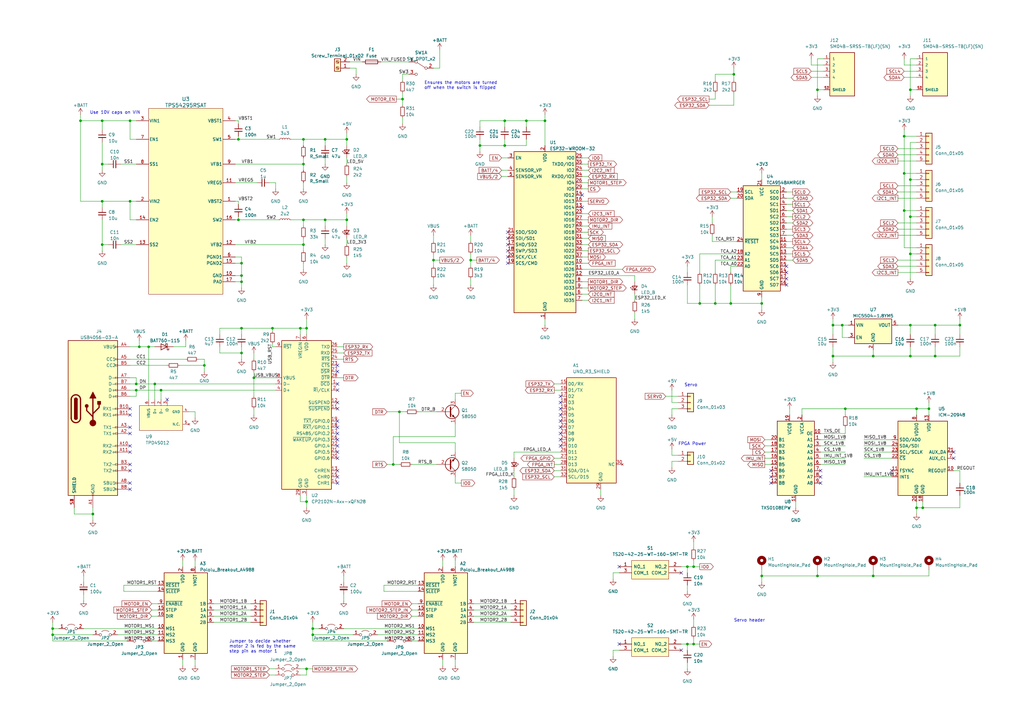
<source format=kicad_sch>
(kicad_sch (version 20230121) (generator eeschema)
  (paper "A3")
  (junction (at 375.92 208.28))
  (junction (at 281.94 264.16))
  (junction (at 83.82 149.86))
  (junction (at 335.28 236.22))
  (junction (at 124.46 100.33))
  (junction (at 312.42 124.46))
  (junction (at 97.79 90.17))
  (junction (at 53.34 82.55))
  (junction (at 381 167.64))
  (junction (at 335.28 36.83))
  (junction (at 373.38 36.83))
  (junction (at 370.84 71.12))
  (junction (at 99.06 115.57))
  (junction (at 223.52 49.53))
  (junction (at 373.38 73.66))
  (junction (at 55.88 157.48))
  (junction (at 196.85 59.69))
  (junction (at 177.8 106.68))
  (junction (at 284.48 264.16))
  (junction (at 128.27 260.35))
  (junction (at 383.54 146.05))
  (junction (at 345.44 133.35))
  (junction (at 21.59 257.81))
  (junction (at 358.14 236.22))
  (junction (at 370.84 55.88))
  (junction (at 375.92 167.64))
  (junction (at 111.76 134.62))
  (junction (at 66.04 160.02))
  (junction (at 207.01 49.53))
  (junction (at 300.99 30.48))
  (junction (at 38.1 210.82))
  (junction (at 281.94 232.41))
  (junction (at 346.71 167.64))
  (junction (at 53.34 49.53))
  (junction (at 373.38 104.14))
  (junction (at 128.27 257.81))
  (junction (at 41.91 49.53))
  (junction (at 55.88 160.02))
  (junction (at 60.96 142.24))
  (junction (at 161.29 190.5))
  (junction (at 41.91 82.55))
  (junction (at 124.46 90.17))
  (junction (at 373.38 133.35))
  (junction (at 193.04 106.68))
  (junction (at 284.48 232.41))
  (junction (at 293.37 124.46))
  (junction (at 33.02 49.53))
  (junction (at 99.06 144.78))
  (junction (at 373.38 88.9))
  (junction (at 21.59 260.35))
  (junction (at 124.46 67.31))
  (junction (at 133.35 57.15))
  (junction (at 299.72 124.46))
  (junction (at 124.46 57.15))
  (junction (at 215.9 49.53))
  (junction (at 63.5 157.48))
  (junction (at 378.46 208.28))
  (junction (at 133.35 90.17))
  (junction (at 125.73 205.74))
  (junction (at 163.83 168.91))
  (junction (at 358.14 146.05))
  (junction (at 104.14 154.94))
  (junction (at 287.02 124.46))
  (junction (at 341.63 133.35))
  (junction (at 383.54 133.35))
  (junction (at 393.7 133.35))
  (junction (at 41.91 67.31))
  (junction (at 142.24 57.15))
  (junction (at 41.91 100.33))
  (junction (at 99.06 134.62))
  (junction (at 207.01 59.69))
  (junction (at 312.42 236.22))
  (junction (at 370.84 86.36))
  (junction (at 165.1 40.64))
  (junction (at 341.63 146.05))
  (junction (at 125.73 274.32))
  (junction (at 99.06 107.95))
  (junction (at 97.79 57.15))
  (junction (at 123.19 134.62))
  (junction (at 142.24 90.17))
  (junction (at 125.73 134.62))
  (junction (at 99.06 113.03))
  (junction (at 57.15 142.24))
  (junction (at 373.38 146.05))
  (no_connect (at 138.43 160.02))
  (no_connect (at 229.87 167.64))
  (no_connect (at 208.28 97.79))
  (no_connect (at 316.23 198.12))
  (no_connect (at 229.87 170.18))
  (no_connect (at 336.55 198.12))
  (no_connect (at 138.43 198.12))
  (no_connect (at 138.43 185.42))
  (no_connect (at 208.28 105.41))
  (no_connect (at 238.76 85.09))
  (no_connect (at 53.34 170.18))
  (no_connect (at 229.87 182.88))
  (no_connect (at 279.4 234.95))
  (no_connect (at 53.34 177.8))
  (no_connect (at 238.76 80.01))
  (no_connect (at 229.87 165.1))
  (no_connect (at 138.43 195.58))
  (no_connect (at 208.28 100.33))
  (no_connect (at 138.43 193.04))
  (no_connect (at 336.55 193.04))
  (no_connect (at 229.87 177.8))
  (no_connect (at 138.43 175.26))
  (no_connect (at 138.43 180.34))
  (no_connect (at 254 264.16))
  (no_connect (at 229.87 162.56))
  (no_connect (at 138.43 157.48))
  (no_connect (at 138.43 165.1))
  (no_connect (at 322.58 116.84))
  (no_connect (at 336.55 195.58))
  (no_connect (at 53.34 190.5))
  (no_connect (at 322.58 111.76))
  (no_connect (at 138.43 172.72))
  (no_connect (at 365.76 193.04))
  (no_connect (at 254 232.41))
  (no_connect (at 316.23 193.04))
  (no_connect (at 322.58 109.22))
  (no_connect (at 391.16 187.96))
  (no_connect (at 229.87 175.26))
  (no_connect (at 208.28 107.95))
  (no_connect (at 53.34 182.88))
  (no_connect (at 391.16 185.42))
  (no_connect (at 53.34 198.12))
  (no_connect (at 53.34 167.64))
  (no_connect (at 53.34 193.04))
  (no_connect (at 229.87 180.34))
  (no_connect (at 53.34 185.42))
  (no_connect (at 322.58 114.3))
  (no_connect (at 208.28 102.87))
  (no_connect (at 316.23 195.58))
  (no_connect (at 138.43 182.88))
  (no_connect (at 229.87 172.72))
  (no_connect (at 138.43 177.8))
  (no_connect (at 53.34 175.26))
  (no_connect (at 279.4 266.7))
  (no_connect (at 53.34 200.66))
  (no_connect (at 138.43 187.96))
  (no_connect (at 208.28 95.25))
  (no_connect (at 138.43 149.86))
  (no_connect (at 138.43 167.64))
  (no_connect (at 138.43 152.4))
  (no_connect (at 68.58 163.83))
  (wire (pts (xy 381 236.22) (xy 358.14 236.22)))
  (wire (pts (xy 57.15 142.24) (xy 60.96 142.24)))
  (wire (pts (xy 50.8 240.03) (xy 64.77 240.03)))
  (wire (pts (xy 281.94 232.41) (xy 284.48 232.41)))
  (wire (pts (xy 373.38 24.13) (xy 373.38 36.83)))
  (wire (pts (xy 381 167.64) (xy 381 170.18)))
  (wire (pts (xy 368.3 76.2) (xy 375.92 76.2)))
  (wire (pts (xy 124.46 110.49) (xy 124.46 107.95)))
  (wire (pts (xy 373.38 104.14) (xy 373.38 88.9)))
  (wire (pts (xy 346.71 167.64) (xy 375.92 167.64)))
  (wire (pts (xy 241.3 102.87) (xy 238.76 102.87)))
  (wire (pts (xy 275.59 189.23) (xy 278.13 189.23)))
  (wire (pts (xy 41.91 49.53) (xy 41.91 53.34)))
  (wire (pts (xy 123.19 137.16) (xy 123.19 134.62)))
  (wire (pts (xy 368.3 111.76) (xy 375.92 111.76)))
  (wire (pts (xy 358.14 233.68) (xy 358.14 236.22)))
  (wire (pts (xy 241.3 64.77) (xy 238.76 64.77)))
  (wire (pts (xy 140.97 257.81) (xy 171.45 257.81)))
  (wire (pts (xy 171.45 168.91) (xy 179.07 168.91)))
  (wire (pts (xy 163.83 168.91) (xy 166.37 168.91)))
  (wire (pts (xy 227.33 157.48) (xy 229.87 157.48)))
  (wire (pts (xy 53.34 162.56) (xy 55.88 162.56)))
  (wire (pts (xy 128.27 262.89) (xy 158.75 262.89)))
  (wire (pts (xy 140.97 154.94) (xy 138.43 154.94)))
  (wire (pts (xy 133.35 57.15) (xy 133.35 59.69)))
  (wire (pts (xy 241.3 90.17) (xy 238.76 90.17)))
  (wire (pts (xy 133.35 57.15) (xy 124.46 57.15)))
  (wire (pts (xy 373.38 39.37) (xy 373.38 36.83)))
  (wire (pts (xy 370.84 24.13) (xy 370.84 26.67)))
  (wire (pts (xy 102.87 252.73) (xy 87.63 252.73)))
  (wire (pts (xy 53.34 154.94) (xy 55.88 154.94)))
  (wire (pts (xy 341.63 148.59) (xy 341.63 146.05)))
  (wire (pts (xy 312.42 71.12) (xy 312.42 73.66)))
  (wire (pts (xy 284.48 254) (xy 284.48 256.54)))
  (wire (pts (xy 142.24 57.15) (xy 142.24 54.61)))
  (wire (pts (xy 62.23 250.19) (xy 64.77 250.19)))
  (wire (pts (xy 336.55 187.96) (xy 346.71 187.96)))
  (wire (pts (xy 104.14 154.94) (xy 113.03 154.94)))
  (wire (pts (xy 368.3 133.35) (xy 373.38 133.35)))
  (wire (pts (xy 393.7 208.28) (xy 378.46 208.28)))
  (wire (pts (xy 53.34 57.15) (xy 53.34 49.53)))
  (wire (pts (xy 161.29 179.07) (xy 161.29 190.5)))
  (wire (pts (xy 354.33 180.34) (xy 365.76 180.34)))
  (wire (pts (xy 370.84 31.75) (xy 375.92 31.75)))
  (wire (pts (xy 33.02 46.99) (xy 33.02 49.53)))
  (wire (pts (xy 241.3 115.57) (xy 238.76 115.57)))
  (wire (pts (xy 180.34 20.32) (xy 180.34 27.94)))
  (wire (pts (xy 293.37 33.02) (xy 293.37 30.48)))
  (wire (pts (xy 49.53 67.31) (xy 55.88 67.31)))
  (wire (pts (xy 368.3 109.22) (xy 375.92 109.22)))
  (wire (pts (xy 99.06 147.32) (xy 99.06 144.78)))
  (wire (pts (xy 41.91 49.53) (xy 53.34 49.53)))
  (wire (pts (xy 158.75 190.5) (xy 161.29 190.5)))
  (wire (pts (xy 165.1 40.64) (xy 165.1 43.18)))
  (wire (pts (xy 186.69 185.42) (xy 186.69 181.61)))
  (wire (pts (xy 63.5 157.48) (xy 63.5 163.83)))
  (wire (pts (xy 21.59 257.81) (xy 21.59 260.35)))
  (wire (pts (xy 96.52 67.31) (xy 124.46 67.31)))
  (wire (pts (xy 325.12 78.74) (xy 322.58 78.74)))
  (wire (pts (xy 157.48 242.57) (xy 171.45 242.57)))
  (wire (pts (xy 260.35 130.81) (xy 260.35 128.27)))
  (wire (pts (xy 354.33 182.88) (xy 365.76 182.88)))
  (wire (pts (xy 332.74 26.67) (xy 337.82 26.67)))
  (wire (pts (xy 358.14 146.05) (xy 358.14 143.51)))
  (wire (pts (xy 125.73 130.81) (xy 125.73 134.62)))
  (wire (pts (xy 124.46 90.17) (xy 124.46 92.71)))
  (wire (pts (xy 281.94 116.84) (xy 281.94 124.46)))
  (wire (pts (xy 83.82 147.32) (xy 83.82 149.86)))
  (wire (pts (xy 30.48 210.82) (xy 30.48 208.28)))
  (wire (pts (xy 368.3 91.44) (xy 375.92 91.44)))
  (wire (pts (xy 157.48 242.57) (xy 157.48 240.03)))
  (wire (pts (xy 168.91 252.73) (xy 171.45 252.73)))
  (wire (pts (xy 312.42 236.22) (xy 312.42 233.68)))
  (wire (pts (xy 165.1 48.26) (xy 165.1 50.8)))
  (wire (pts (xy 223.52 49.53) (xy 223.52 59.69)))
  (wire (pts (xy 210.82 187.96) (xy 210.82 185.42)))
  (wire (pts (xy 335.28 24.13) (xy 335.28 36.83)))
  (wire (pts (xy 80.01 229.87) (xy 80.01 232.41)))
  (wire (pts (xy 196.85 52.07) (xy 196.85 49.53)))
  (wire (pts (xy 287.02 104.14) (xy 302.26 104.14)))
  (wire (pts (xy 312.42 236.22) (xy 312.42 238.76)))
  (wire (pts (xy 368.3 60.96) (xy 375.92 60.96)))
  (wire (pts (xy 284.48 264.16) (xy 287.02 264.16)))
  (wire (pts (xy 113.03 77.47) (xy 113.03 74.93)))
  (wire (pts (xy 186.69 179.07) (xy 161.29 179.07)))
  (wire (pts (xy 241.3 95.25) (xy 238.76 95.25)))
  (wire (pts (xy 196.85 59.69) (xy 196.85 62.23)))
  (wire (pts (xy 281.94 232.41) (xy 281.94 234.95)))
  (wire (pts (xy 21.59 257.81) (xy 24.13 257.81)))
  (wire (pts (xy 128.27 257.81) (xy 128.27 260.35)))
  (wire (pts (xy 123.19 203.2) (xy 123.19 205.74)))
  (wire (pts (xy 99.06 115.57) (xy 99.06 113.03)))
  (wire (pts (xy 81.28 147.32) (xy 83.82 147.32)))
  (wire (pts (xy 96.52 90.17) (xy 97.79 90.17)))
  (wire (pts (xy 241.3 69.85) (xy 238.76 69.85)))
  (wire (pts (xy 393.7 130.81) (xy 393.7 133.35)))
  (wire (pts (xy 186.69 273.05) (xy 186.69 270.51)))
  (wire (pts (xy 146.05 30.48) (xy 146.05 27.94)))
  (wire (pts (xy 227.33 195.58) (xy 229.87 195.58)))
  (wire (pts (xy 163.83 168.91) (xy 163.83 181.61)))
  (wire (pts (xy 323.85 167.64) (xy 323.85 170.18)))
  (wire (pts (xy 55.88 157.48) (xy 63.5 157.48)))
  (wire (pts (xy 210.82 203.2) (xy 210.82 200.66)))
  (wire (pts (xy 207.01 59.69) (xy 196.85 59.69)))
  (wire (pts (xy 50.8 242.57) (xy 64.77 242.57)))
  (wire (pts (xy 205.74 69.85) (xy 208.28 69.85)))
  (wire (pts (xy 83.82 149.86) (xy 73.66 149.86)))
  (wire (pts (xy 336.55 182.88) (xy 346.71 182.88)))
  (wire (pts (xy 375.92 205.74) (xy 375.92 208.28)))
  (wire (pts (xy 275.59 191.77) (xy 275.59 189.23)))
  (wire (pts (xy 284.48 229.87) (xy 284.48 232.41)))
  (wire (pts (xy 370.84 86.36) (xy 375.92 86.36)))
  (wire (pts (xy 312.42 124.46) (xy 312.42 121.92)))
  (wire (pts (xy 55.88 160.02) (xy 66.04 160.02)))
  (wire (pts (xy 186.69 173.99) (xy 186.69 179.07)))
  (wire (pts (xy 336.55 180.34) (xy 346.71 180.34)))
  (wire (pts (xy 33.02 82.55) (xy 41.91 82.55)))
  (wire (pts (xy 165.1 30.48) (xy 167.64 30.48)))
  (wire (pts (xy 133.35 67.31) (xy 133.35 64.77)))
  (wire (pts (xy 142.24 107.95) (xy 142.24 105.41)))
  (wire (pts (xy 123.19 274.32) (xy 125.73 274.32)))
  (wire (pts (xy 381 165.1) (xy 381 167.64)))
  (wire (pts (xy 241.3 118.11) (xy 238.76 118.11)))
  (wire (pts (xy 322.58 106.68) (xy 325.12 106.68)))
  (wire (pts (xy 207.01 57.15) (xy 207.01 59.69)))
  (wire (pts (xy 260.35 120.65) (xy 260.35 123.19)))
  (wire (pts (xy 322.58 83.82) (xy 325.12 83.82)))
  (wire (pts (xy 124.46 67.31) (xy 124.46 64.77)))
  (wire (pts (xy 241.3 100.33) (xy 238.76 100.33)))
  (wire (pts (xy 133.35 100.33) (xy 133.35 97.79)))
  (wire (pts (xy 168.91 262.89) (xy 171.45 262.89)))
  (wire (pts (xy 370.84 53.34) (xy 370.84 55.88)))
  (wire (pts (xy 177.8 116.84) (xy 177.8 114.3)))
  (wire (pts (xy 125.73 274.32) (xy 128.27 274.32)))
  (wire (pts (xy 140.97 243.84) (xy 140.97 246.38)))
  (wire (pts (xy 99.06 107.95) (xy 96.52 107.95)))
  (wire (pts (xy 158.75 168.91) (xy 163.83 168.91)))
  (wire (pts (xy 53.34 147.32) (xy 76.2 147.32)))
  (wire (pts (xy 241.3 87.63) (xy 238.76 87.63)))
  (wire (pts (xy 111.76 140.97) (xy 111.76 142.24)))
  (wire (pts (xy 142.24 57.15) (xy 133.35 57.15)))
  (wire (pts (xy 77.47 168.91) (xy 80.01 168.91)))
  (wire (pts (xy 313.69 185.42) (xy 316.23 185.42)))
  (wire (pts (xy 293.37 116.84) (xy 293.37 124.46)))
  (wire (pts (xy 215.9 59.69) (xy 215.9 57.15)))
  (wire (pts (xy 370.84 71.12) (xy 375.92 71.12)))
  (wire (pts (xy 168.91 250.19) (xy 171.45 250.19)))
  (wire (pts (xy 246.38 203.2) (xy 246.38 200.66)))
  (wire (pts (xy 373.38 58.42) (xy 375.92 58.42)))
  (wire (pts (xy 293.37 40.64) (xy 293.37 38.1)))
  (wire (pts (xy 110.49 74.93) (xy 113.03 74.93)))
  (wire (pts (xy 177.8 27.94) (xy 180.34 27.94)))
  (wire (pts (xy 128.27 260.35) (xy 128.27 262.89)))
  (wire (pts (xy 34.29 257.81) (xy 64.77 257.81)))
  (wire (pts (xy 157.48 240.03) (xy 171.45 240.03)))
  (wire (pts (xy 140.97 236.22) (xy 140.97 238.76)))
  (wire (pts (xy 251.46 237.49) (xy 251.46 234.95)))
  (wire (pts (xy 53.34 160.02) (xy 55.88 160.02)))
  (wire (pts (xy 241.3 120.65) (xy 238.76 120.65)))
  (wire (pts (xy 383.54 146.05) (xy 393.7 146.05)))
  (wire (pts (xy 125.73 134.62) (xy 125.73 137.16)))
  (wire (pts (xy 125.73 208.28) (xy 125.73 205.74)))
  (wire (pts (xy 292.1 99.06) (xy 292.1 96.52)))
  (wire (pts (xy 143.51 27.94) (xy 146.05 27.94)))
  (wire (pts (xy 299.72 111.76) (xy 299.72 109.22)))
  (wire (pts (xy 21.59 260.35) (xy 38.1 260.35)))
  (wire (pts (xy 142.24 64.77) (xy 142.24 67.31)))
  (wire (pts (xy 21.59 262.89) (xy 52.07 262.89)))
  (wire (pts (xy 53.34 157.48) (xy 55.88 157.48)))
  (wire (pts (xy 207.01 59.69) (xy 215.9 59.69)))
  (wire (pts (xy 34.29 243.84) (xy 34.29 246.38)))
  (wire (pts (xy 74.93 273.05) (xy 74.93 270.51)))
  (wire (pts (xy 63.5 157.48) (xy 113.03 157.48)))
  (wire (pts (xy 241.3 105.41) (xy 238.76 105.41)))
  (wire (pts (xy 165.1 40.64) (xy 165.1 38.1)))
  (wire (pts (xy 104.14 154.94) (xy 104.14 152.4)))
  (wire (pts (xy 41.91 82.55) (xy 53.34 82.55)))
  (wire (pts (xy 154.94 260.35) (xy 171.45 260.35)))
  (wire (pts (xy 241.3 67.31) (xy 238.76 67.31)))
  (wire (pts (xy 209.55 247.65) (xy 194.31 247.65)))
  (wire (pts (xy 210.82 193.04) (xy 210.82 195.58)))
  (wire (pts (xy 162.56 40.64) (xy 165.1 40.64)))
  (wire (pts (xy 393.7 133.35) (xy 393.7 137.16)))
  (wire (pts (xy 38.1 208.28) (xy 38.1 210.82)))
  (wire (pts (xy 119.38 90.17) (xy 124.46 90.17)))
  (wire (pts (xy 55.88 160.02) (xy 55.88 162.56)))
  (wire (pts (xy 53.34 142.24) (xy 57.15 142.24)))
  (wire (pts (xy 96.52 74.93) (xy 105.41 74.93)))
  (wire (pts (xy 322.58 88.9) (xy 325.12 88.9)))
  (wire (pts (xy 62.23 262.89) (xy 64.77 262.89)))
  (wire (pts (xy 124.46 57.15) (xy 124.46 59.69)))
  (wire (pts (xy 337.82 24.13) (xy 335.28 24.13)))
  (wire (pts (xy 322.58 96.52) (xy 325.12 96.52)))
  (wire (pts (xy 41.91 100.33) (xy 41.91 90.17)))
  (wire (pts (xy 128.27 255.27) (xy 128.27 257.81)))
  (wire (pts (xy 110.49 276.86) (xy 113.03 276.86)))
  (wire (pts (xy 209.55 252.73) (xy 194.31 252.73)))
  (wire (pts (xy 341.63 133.35) (xy 345.44 133.35)))
  (wire (pts (xy 393.7 193.04) (xy 393.7 198.12)))
  (wire (pts (xy 142.24 90.17) (xy 142.24 87.63)))
  (wire (pts (xy 142.24 57.15) (xy 142.24 59.69)))
  (wire (pts (xy 99.06 115.57) (xy 96.52 115.57)))
  (wire (pts (xy 193.04 106.68) (xy 193.04 109.22)))
  (wire (pts (xy 336.55 185.42) (xy 346.71 185.42)))
  (wire (pts (xy 96.52 82.55) (xy 97.79 82.55)))
  (wire (pts (xy 53.34 82.55) (xy 55.88 82.55)))
  (wire (pts (xy 99.06 107.95) (xy 99.06 105.41)))
  (wire (pts (xy 125.73 203.2) (xy 125.73 205.74)))
  (wire (pts (xy 281.94 124.46) (xy 287.02 124.46)))
  (wire (pts (xy 260.35 115.57) (xy 260.35 113.03)))
  (wire (pts (xy 99.06 118.11) (xy 99.06 115.57)))
  (wire (pts (xy 275.59 160.02) (xy 275.59 165.1)))
  (wire (pts (xy 125.73 274.32) (xy 125.73 276.86)))
  (wire (pts (xy 341.63 146.05) (xy 358.14 146.05)))
  (wire (pts (xy 57.15 142.24) (xy 57.15 139.7)))
  (wire (pts (xy 358.14 236.22) (xy 335.28 236.22)))
  (wire (pts (xy 375.92 208.28) (xy 378.46 208.28)))
  (wire (pts (xy 104.14 170.18) (xy 104.14 167.64)))
  (wire (pts (xy 287.02 116.84) (xy 287.02 124.46)))
  (wire (pts (xy 391.16 193.04) (xy 393.7 193.04)))
  (wire (pts (xy 293.37 30.48) (xy 300.99 30.48)))
  (wire (pts (xy 97.79 88.9) (xy 97.79 90.17)))
  (wire (pts (xy 97.79 55.88) (xy 97.79 57.15)))
  (wire (pts (xy 21.59 260.35) (xy 21.59 262.89)))
  (wire (pts (xy 142.24 90.17) (xy 133.35 90.17)))
  (wire (pts (xy 193.04 96.52) (xy 193.04 99.06)))
  (wire (pts (xy 102.87 255.27) (xy 87.63 255.27)))
  (wire (pts (xy 281.94 240.03) (xy 281.94 242.57)))
  (wire (pts (xy 275.59 165.1) (xy 278.13 165.1)))
  (wire (pts (xy 161.29 190.5) (xy 163.83 190.5)))
  (wire (pts (xy 90.17 144.78) (xy 99.06 144.78)))
  (wire (pts (xy 293.37 106.68) (xy 302.26 106.68)))
  (wire (pts (xy 96.52 100.33) (xy 124.46 100.33)))
  (wire (pts (xy 373.38 104.14) (xy 375.92 104.14)))
  (wire (pts (xy 140.97 144.78) (xy 138.43 144.78)))
  (wire (pts (xy 312.42 127) (xy 312.42 124.46)))
  (wire (pts (xy 281.94 264.16) (xy 281.94 266.7)))
  (wire (pts (xy 41.91 100.33) (xy 44.45 100.33)))
  (wire (pts (xy 346.71 175.26) (xy 346.71 177.8)))
  (wire (pts (xy 60.96 163.83) (xy 60.96 142.24)))
  (wire (pts (xy 80.01 273.05) (xy 80.01 270.51)))
  (wire (pts (xy 53.34 149.86) (xy 68.58 149.86)))
  (wire (pts (xy 370.84 26.67) (xy 375.92 26.67)))
  (wire (pts (xy 38.1 210.82) (xy 30.48 210.82)))
  (wire (pts (xy 33.02 49.53) (xy 33.02 82.55)))
  (wire (pts (xy 373.38 133.35) (xy 373.38 137.16)))
  (wire (pts (xy 251.46 266.7) (xy 254 266.7)))
  (wire (pts (xy 128.27 257.81) (xy 130.81 257.81)))
  (wire (pts (xy 215.9 49.53) (xy 223.52 49.53)))
  (wire (pts (xy 393.7 146.05) (xy 393.7 142.24)))
  (wire (pts (xy 292.1 99.06) (xy 302.26 99.06)))
  (wire (pts (xy 347.98 138.43) (xy 345.44 138.43)))
  (wire (pts (xy 354.33 187.96) (xy 365.76 187.96)))
  (wire (pts (xy 383.54 133.35) (xy 373.38 133.35)))
  (wire (pts (xy 341.63 130.81) (xy 341.63 133.35)))
  (wire (pts (xy 97.79 90.17) (xy 114.3 90.17)))
  (wire (pts (xy 63.5 142.24) (xy 60.96 142.24)))
  (wire (pts (xy 177.8 106.68) (xy 180.34 106.68)))
  (wire (pts (xy 99.06 144.78) (xy 99.06 142.24)))
  (wire (pts (xy 102.87 247.65) (xy 87.63 247.65)))
  (wire (pts (xy 168.91 190.5) (xy 179.07 190.5)))
  (wire (pts (xy 207.01 52.07) (xy 207.01 49.53)))
  (wire (pts (xy 336.55 177.8) (xy 346.71 177.8)))
  (wire (pts (xy 133.35 92.71) (xy 133.35 90.17)))
  (wire (pts (xy 332.74 31.75) (xy 337.82 31.75)))
  (wire (pts (xy 209.55 255.27) (xy 194.31 255.27)))
  (wire (pts (xy 322.58 104.14) (xy 325.12 104.14)))
  (wire (pts (xy 275.59 186.69) (xy 278.13 186.69)))
  (wire (pts (xy 275.59 184.15) (xy 275.59 186.69)))
  (wire (pts (xy 76.2 139.7) (xy 76.2 142.24)))
  (wire (pts (xy 383.54 146.05) (xy 383.54 142.24)))
  (wire (pts (xy 181.61 229.87) (xy 181.61 232.41)))
  (wire (pts (xy 241.3 74.93) (xy 238.76 74.93)))
  (wire (pts (xy 251.46 234.95) (xy 254 234.95)))
  (wire (pts (xy 275.59 167.64) (xy 278.13 167.64)))
  (wire (pts (xy 55.88 90.17) (xy 53.34 90.17)))
  (wire (pts (xy 168.91 247.65) (xy 171.45 247.65)))
  (wire (pts (xy 299.72 78.74) (xy 302.26 78.74)))
  (wire (pts (xy 177.8 106.68) (xy 177.8 109.22)))
  (wire (pts (xy 66.04 160.02) (xy 66.04 163.83)))
  (wire (pts (xy 205.74 72.39) (xy 208.28 72.39)))
  (wire (pts (xy 373.38 36.83) (xy 375.92 36.83)))
  (wire (pts (xy 326.39 208.28) (xy 326.39 205.74)))
  (wire (pts (xy 335.28 233.68) (xy 335.28 236.22)))
  (wire (pts (xy 210.82 185.42) (xy 229.87 185.42)))
  (wire (pts (xy 49.53 100.33) (xy 55.88 100.33)))
  (wire (pts (xy 111.76 142.24) (xy 113.03 142.24)))
  (wire (pts (xy 142.24 97.79) (xy 142.24 100.33)))
  (wire (pts (xy 123.19 276.86) (xy 125.73 276.86)))
  (wire (pts (xy 300.99 43.18) (xy 300.99 38.1)))
  (wire (pts (xy 373.38 88.9) (xy 373.38 73.66)))
  (wire (pts (xy 128.27 260.35) (xy 144.78 260.35)))
  (wire (pts (xy 345.44 133.35) (xy 347.98 133.35)))
  (wire (pts (xy 241.3 92.71) (xy 238.76 92.71)))
  (wire (pts (xy 287.02 124.46) (xy 293.37 124.46)))
  (wire (pts (xy 142.24 74.93) (xy 142.24 72.39)))
  (wire (pts (xy 299.72 109.22) (xy 302.26 109.22)))
  (wire (pts (xy 346.71 167.64) (xy 346.71 170.18)))
  (wire (pts (xy 281.94 271.78) (xy 281.94 274.32)))
  (wire (pts (xy 111.76 134.62) (xy 111.76 135.89)))
  (wire (pts (xy 328.93 167.64) (xy 328.93 170.18)))
  (wire (pts (xy 104.14 144.78) (xy 104.14 147.32)))
  (wire (pts (xy 74.93 229.87) (xy 74.93 232.41)))
  (wire (pts (xy 33.02 49.53) (xy 41.91 49.53)))
  (wire (pts (xy 281.94 109.22) (xy 281.94 111.76)))
  (wire (pts (xy 299.72 81.28) (xy 302.26 81.28)))
  (wire (pts (xy 284.48 261.62) (xy 284.48 264.16)))
  (wire (pts (xy 133.35 90.17) (xy 124.46 90.17)))
  (wire (pts (xy 368.3 96.52) (xy 375.92 96.52)))
  (wire (pts (xy 76.2 142.24) (xy 71.12 142.24)))
  (wire (pts (xy 41.91 67.31) (xy 44.45 67.31)))
  (wire (pts (xy 279.4 264.16) (xy 281.94 264.16)))
  (wire (pts (xy 140.97 147.32) (xy 138.43 147.32)))
  (wire (pts (xy 223.52 133.35) (xy 223.52 130.81)))
  (wire (pts (xy 196.85 57.15) (xy 196.85 59.69)))
  (wire (pts (xy 332.74 24.13) (xy 332.74 26.67)))
  (wire (pts (xy 119.38 57.15) (xy 124.46 57.15)))
  (wire (pts (xy 287.02 111.76) (xy 287.02 104.14)))
  (wire (pts (xy 332.74 29.21) (xy 337.82 29.21)))
  (wire (pts (xy 41.91 82.55) (xy 41.91 85.09)))
  (wire (pts (xy 99.06 107.95) (xy 99.06 113.03)))
  (wire (pts (xy 393.7 203.2) (xy 393.7 208.28)))
  (wire (pts (xy 375.92 24.13) (xy 373.38 24.13)))
  (wire (pts (xy 373.38 146.05) (xy 383.54 146.05)))
  (wire (pts (xy 370.84 29.21) (xy 375.92 29.21)))
  (wire (pts (xy 223.52 46.99) (xy 223.52 49.53)))
  (wire (pts (xy 124.46 100.33) (xy 124.46 102.87)))
  (wire (pts (xy 241.3 123.19) (xy 238.76 123.19)))
  (wire (pts (xy 322.58 86.36) (xy 325.12 86.36)))
  (wire (pts (xy 368.3 63.5) (xy 375.92 63.5)))
  (wire (pts (xy 41.91 102.87) (xy 41.91 100.33)))
  (wire (pts (xy 90.17 142.24) (xy 90.17 144.78)))
  (wire (pts (xy 123.19 134.62) (xy 111.76 134.62)))
  (wire (pts (xy 90.17 137.16) (xy 90.17 134.62)))
  (wire (pts (xy 290.83 40.64) (xy 293.37 40.64)))
  (wire (pts (xy 123.19 134.62) (xy 125.73 134.62)))
  (wire (pts (xy 227.33 190.5) (xy 229.87 190.5)))
  (wire (pts (xy 99.06 105.41) (xy 96.52 105.41)))
  (wire (pts (xy 83.82 152.4) (xy 83.82 149.86)))
  (wire (pts (xy 322.58 81.28) (xy 325.12 81.28)))
  (wire (pts (xy 53.34 49.53) (xy 55.88 49.53)))
  (wire (pts (xy 368.3 66.04) (xy 375.92 66.04)))
  (wire (pts (xy 381 233.68) (xy 381 236.22)))
  (wire (pts (xy 99.06 113.03) (xy 96.52 113.03)))
  (wire (pts (xy 104.14 154.94) (xy 104.14 162.56)))
  (wire (pts (xy 313.69 187.96) (xy 316.23 187.96)))
  (wire (pts (xy 328.93 167.64) (xy 346.71 167.64)))
  (wire (pts (xy 373.38 142.24) (xy 373.38 146.05)))
  (wire (pts (xy 34.29 236.22) (xy 34.29 238.76)))
  (wire (pts (xy 238.76 107.95) (xy 241.3 107.95)))
  (wire (pts (xy 368.3 81.28) (xy 375.92 81.28)))
  (wire (pts (xy 375.92 210.82) (xy 375.92 208.28)))
  (wire (pts (xy 322.58 93.98) (xy 325.12 93.98)))
  (wire (pts (xy 196.85 49.53) (xy 207.01 49.53)))
  (wire (pts (xy 241.3 77.47) (xy 238.76 77.47)))
  (wire (pts (xy 38.1 213.36) (xy 38.1 210.82)))
  (wire (pts (xy 370.84 55.88) (xy 370.84 71.12)))
  (wire (pts (xy 373.38 73.66) (xy 375.92 73.66)))
  (wire (pts (xy 41.91 69.85) (xy 41.91 67.31)))
  (wire (pts (xy 370.84 86.36) (xy 370.84 101.6)))
  (wire (pts (xy 241.3 97.79) (xy 238.76 97.79)))
  (wire (pts (xy 110.49 274.32) (xy 113.03 274.32)))
  (wire (pts (xy 393.7 133.35) (xy 383.54 133.35)))
  (wire (pts (xy 227.33 193.04) (xy 229.87 193.04)))
  (wire (pts (xy 335.28 39.37) (xy 335.28 36.83)))
  (wire (pts (xy 55.88 57.15) (xy 53.34 57.15)))
  (wire (pts (xy 279.4 232.41) (xy 281.94 232.41)))
  (wire (pts (xy 281.94 264.16) (xy 284.48 264.16)))
  (wire (pts (xy 345.44 138.43) (xy 345.44 133.35)))
  (wire (pts (xy 215.9 49.53) (xy 215.9 52.07)))
  (wire (pts (xy 322.58 101.6) (xy 325.12 101.6)))
  (wire (pts (xy 275.59 170.18) (xy 275.59 167.64)))
  (wire (pts (xy 165.1 30.48) (xy 165.1 33.02)))
  (wire (pts (xy 102.87 250.19) (xy 87.63 250.19)))
  (wire (pts (xy 260.35 113.03) (xy 238.76 113.03)))
  (wire (pts (xy 50.8 242.57) (xy 50.8 240.03)))
  (wire (pts (xy 156.21 25.4) (xy 167.64 25.4)))
  (wire (pts (xy 142.24 90.17) (xy 142.24 92.71)))
  (wire (pts (xy 290.83 43.18) (xy 300.99 43.18)))
  (wire (pts (xy 186.69 198.12) (xy 186.69 195.58)))
  (wire (pts (xy 375.92 170.18) (xy 375.92 167.64)))
  (wire (pts (xy 292.1 88.9) (xy 292.1 91.44)))
  (wire (pts (xy 284.48 232.41) (xy 287.02 232.41)))
  (wire (pts (xy 251.46 269.24) (xy 251.46 266.7)))
  (wire (pts (xy 370.84 55.88) (xy 375.92 55.88)))
  (wire (pts (xy 97.79 82.55) (xy 97.79 83.82)))
  (wire (pts (xy 80.01 171.45) (xy 80.01 168.91)))
  (wire (pts (xy 140.97 142.24) (xy 138.43 142.24)))
  (wire (pts (xy 300.99 30.48) (xy 300.99 33.02)))
  (wire (pts (xy 53.34 90.17) (xy 53.34 82.55)))
  (wire (pts (xy 209.55 250.19) (xy 194.31 250.19)))
  (wire (pts (xy 186.69 161.29) (xy 186.69 163.83)))
  (wire (pts (xy 41.91 67.31) (xy 41.91 58.42)))
  (wire (pts (xy 299.72 116.84) (xy 299.72 124.46)))
  (wire (pts (xy 189.23 198.12) (xy 186.69 198.12)))
  (wire (pts (xy 227.33 160.02) (xy 229.87 160.02)))
  (wire (pts (xy 177.8 96.52) (xy 177.8 99.06)))
  (wire (pts (xy 96.52 57.15) (xy 97.79 57.15)))
  (wire (pts (xy 148.59 25.4) (xy 143.51 25.4)))
  (wire (pts (xy 205.74 64.77) (xy 208.28 64.77)))
  (wire (pts (xy 227.33 187.96) (xy 229.87 187.96)))
  (wire (pts (xy 335.28 236.22) (xy 312.42 236.22)))
  (wire (pts (xy 322.58 99.06) (xy 325.12 99.06)))
  (wire (pts (xy 186.69 229.87) (xy 186.69 232.41)))
  (wire (pts (xy 62.23 252.73) (xy 64.77 252.73)))
  (wire (pts (xy 241.3 72.39) (xy 238.76 72.39)))
  (wire (pts (xy 293.37 124.46) (xy 299.72 124.46)))
  (wire (pts (xy 99.06 134.62) (xy 111.76 134.62)))
  (wire (pts (xy 341.63 137.16) (xy 341.63 133.35)))
  (wire (pts (xy 300.99 27.94) (xy 300.99 30.48)))
  (wire (pts (xy 124.46 97.79) (xy 124.46 100.33)))
  (wire (pts (xy 313.69 182.88) (xy 316.23 182.88)))
  (wire (pts (xy 97.79 57.15) (xy 114.3 57.15)))
  (wire (pts (xy 273.05 162.56) (xy 278.13 162.56)))
  (wire (pts (xy 370.84 71.12) (xy 370.84 86.36)))
  (wire (pts (xy 238.76 110.49) (xy 255.27 110.49)))
  (wire (pts (xy 336.55 190.5) (xy 346.71 190.5)))
  (wire (pts (xy 189.23 161.29) (xy 186.69 161.29)))
  (wire (pts (xy 373.38 88.9) (xy 375.92 88.9)))
  (wire (pts (xy 358.14 146.05) (xy 373.38 146.05)))
  (wire (pts (xy 124.46 77.47) (xy 124.46 74.93)))
  (wire (pts (xy 368.3 93.98) (xy 375.92 93.98)))
  (wire (pts (xy 313.69 190.5) (xy 316.23 190.5)))
  (wire (pts (xy 97.79 50.8) (xy 97.79 49.53)))
  (wire (pts (xy 241.3 82.55) (xy 238.76 82.55)))
  (wire (pts (xy 55.88 154.94) (xy 55.88 157.48)))
  (wire (pts (xy 48.26 260.35) (xy 64.77 260.35)))
  (wire (pts (xy 284.48 222.25) (xy 284.48 224.79)))
  (wire (pts (xy 193.04 116.84) (xy 193.04 114.3)))
  (wire (pts (xy 322.58 91.44) (xy 325.12 91.44)))
  (wire (pts (xy 193.04 104.14) (xy 193.04 106.68)))
  (wire (pts (xy 373.38 104.14) (xy 373.38 114.3)))
  (wire (pts (xy 193.04 106.68) (xy 195.58 106.68)))
  (wire (pts (xy 383.54 137.16) (xy 383.54 133.35)))
  (wire (pts (xy 62.23 247.65) (xy 64.77 247.65)))
  (wire (pts (xy 99.06 134.62) (xy 99.06 137.16)))
  (wire (pts (xy 181.61 273.05) (xy 181.61 270.51)))
  (wire (pts (xy 354.33 195.58) (xy 365.76 195.58)))
  (wire (pts (xy 378.46 208.28) (xy 378.46 205.74)))
  (wire (pts (xy 293.37 111.76) (xy 293.37 106.68)))
  (wire (pts (xy 97.79 49.53) (xy 96.52 49.53)))
  (wire (pts (xy 368.3 106.68) (xy 375.92 106.68)))
  (wire (pts (xy 207.01 49.53) (xy 215.9 49.53)))
  (wire (pts (xy 21.59 255.27) (xy 21.59 257.81)))
  (wire (pts (xy 313.69 180.34) (xy 316.23 180.34)))
  (wire (pts (xy 375.92 167.64) (xy 381 167.64)))
  (wire (pts (xy 368.3 78.74) (xy 375.92 78.74)))
  (wire (pts (xy 370.84 101.6) (xy 375.92 101.6)))
  (wire (pts (xy 123.19 205.74) (xy 125.73 205.74)))
  (wire (pts (xy 66.04 160.02) (xy 113.03 160.02)))
  (wire (pts (xy 341.63 142.24) (xy 341.63 146.05)))
  (wire (pts (xy 186.69 181.61) (xy 163.83 181.61)))
  (wire (pts (xy 354.33 185.42) (xy 365.76 185.42)))
  (wire (pts (xy 335.28 36.83) (xy 337.82 36.83)))
  (wire (pts (xy 124.46 67.31) (xy 124.46 69.85)))
  (wire (pts (xy 90.17 134.62) (xy 99.06 134.62)))
  (wire (pts (xy 373.38 73.66) (xy 373.38 58.42)))
  (wire (pts (xy 177.8 104.14) (xy 177.8 106.68)))
  (wire (pts (xy 299.72 124.46) (xy 312.42 124.46)))
  (text "Jumper to decide whether\nmotor 2 is fed by the same\nstep pin as motor 1" (at 93.98 267.97 0) (effects (font (size 1.27 1.27)) (justify left bottom)))
  (text "Servo" (at 280.67 158.75 0) (effects (font (size 1.27 1.27)) (justify left bottom)))
  (text "Use 10V caps on VIN" (at 36.83 46.99 0) (effects (font (size 1.27 1.27)) (justify left bottom)))
  (text "FPGA Power" (at 278.13 182.88 0) (effects (font (size 1.27 1.27)) (justify left bottom)))
  (text "Ensures the motors are turned\noff when the switch is flipped" (at 173.99 36.83 0) (effects (font (size 1.27 1.27)) (justify left bottom)))
  (text "Servo header" (at 300.99 255.27 0) (effects (font (size 1.27 1.27)) (justify left bottom)))
  (label "MOTOR2_MS1" (at 170.18 257.81 180))
  (label "TCA_A0" (at 302.26 109.22 180))
  (label "MOTOR1_1B" (at 90.17 247.65 0))
  (label "MOTOR1_RST" (at 52.07 240.03 0))
  (label "TCA_RST" (at 293.37 99.06 0))
  (label "SCK_1V8" (at 354.33 185.42 0))
  (label "MOTOR1_MS1" (at 63.5 257.81 180))
  (label "MOSI_1V8" (at 337.82 180.34 0))
  (label "CC1" (at 55.88 147.32 0))
  (label "MOTOR1_MS2" (at 63.5 260.35 180))
  (label "ESP32_LED_K" (at 260.35 123.19 0))
  (label "DTR_B" (at 172.72 168.91 0))
  (label "VBST1" (at 97.79 49.53 0))
  (label "MOTOR1_2A" (at 90.17 252.73 0))
  (label "CC2" (at 55.88 149.86 0))
  (label "MOTOR1_MS3" (at 63.5 262.89 180))
  (label "SW1" (at 109.22 57.15 0))
  (label "USB_VBUS" (at 104.14 154.94 0))
  (label "LED_3V3" (at 142.24 100.33 0))
  (label "VREG5" (at 97.79 74.93 0))
  (label "IMU_INT_1V8" (at 354.33 195.58 0))
  (label "SCK_1V8" (at 337.82 182.88 0))
  (label "DP" (at 57.15 160.02 0))
  (label "FPGA_LED_K" (at 210.82 195.58 180))
  (label "SS1" (at 50.8 67.31 0))
  (label "DN" (at 57.15 157.48 0))
  (label "IMU_INT_1V8" (at 337.82 187.96 0))
  (label "MOTOR2_MS2" (at 170.18 260.35 180))
  (label "RTS_B" (at 171.45 190.5 0))
  (label "MOTOR1_2B" (at 90.17 255.27 0))
  (label "TCA_A1" (at 302.26 106.68 180))
  (label "MOSI_1V8" (at 354.33 182.88 0))
  (label "MOTOR2_2A" (at 196.85 252.73 0))
  (label "VBST2" (at 97.79 82.55 0))
  (label "FPGA_LED_A" (at 214.63 185.42 0))
  (label "SS2" (at 50.8 100.33 0))
  (label "MOTOR2_RST" (at 158.75 240.03 0))
  (label "VFB1" (at 99.06 67.31 0))
  (label "MOTOR2_1B" (at 196.85 247.65 0))
  (label "MISO_1V8" (at 354.33 180.34 0))
  (label "TXS_OE" (at 337.82 177.8 0))
  (label "MOTOR2_MS3" (at 170.18 262.89 180))
  (label "VIN" (at 144.78 25.4 0))
  (label "USB_RST" (at 111.76 140.97 270))
  (label "REGOUT" (at 392.43 193.04 0))
  (label "MOTOR2_1A" (at 196.85 250.19 0))
  (label "LED_5V" (at 142.24 67.31 0))
  (label "MOTOR1_1A" (at 90.17 250.19 0))
  (label "TCA_A2" (at 302.26 104.14 180))
  (label "SW3" (at 167.64 30.48 180))
  (label "VIN_FUSED" (at 156.21 25.4 0))
  (label "VFB2" (at 100.33 100.33 0))
  (label "MISO_1V8" (at 337.82 190.5 0))
  (label "CS_1V8" (at 337.82 185.42 0))
  (label "MOTOR2_2B" (at 196.85 255.27 0))
  (label "CS_1V8" (at 354.33 187.96 0))
  (label "ESP32_LED_A" (at 241.3 113.03 0))
  (label "SW2" (at 109.22 90.17 0))
  (global_label "VBUS{slash}2" (shape output) (at 180.34 106.68 0) (property "Intersheetrefs" "${INTERSHEET_REFS}" (effects hide)))
  (global_label "ESP32_RX" (shape output) (at 227.33 160.02 180) (property "Intersheetrefs" "${INTERSHEET_REFS}" (effects hide)))
  (global_label "I2C1_INT" (shape output) (at 368.3 81.28 180) (property "Intersheetrefs" "${INTERSHEET_REFS}" (effects hide)))
  (global_label "SCL4" (shape output) (at 325.12 99.06 0) (property "Intersheetrefs" "${INTERSHEET_REFS}" (effects hide)))
  (global_label "SDA1" (shape bidirectional) (at 368.3 78.74 180) (property "Intersheetrefs" "${INTERSHEET_REFS}" (effects hide)))
  (global_label "SERVO" (shape output) (at 241.3 82.55 0) (property "Intersheetrefs" "${INTERSHEET_REFS}" (effects hide)))
  (global_label "BATT{slash}4" (shape input) (at 205.74 69.85 180) (property "Intersheetrefs" "${INTERSHEET_REFS}" (effects hide)))
  (global_label "SCK" (shape output) (at 241.3 95.25 0) (property "Intersheetrefs" "${INTERSHEET_REFS}" (effects hide)))
  (global_label "MOSI" (shape input) (at 313.69 180.34 180) (property "Intersheetrefs" "${INTERSHEET_REFS}" (effects hide)))
  (global_label "IO0" (shape input) (at 241.3 64.77 0) (property "Intersheetrefs" "${INTERSHEET_REFS}" (effects hide)))
  (global_label "SCL3" (shape output) (at 325.12 93.98 0) (property "Intersheetrefs" "${INTERSHEET_REFS}" (effects hide)))
  (global_label "DTR" (shape input) (at 158.75 168.91 180) (property "Intersheetrefs" "${INTERSHEET_REFS}" (effects hide)))
  (global_label "MOTOR1_STEP" (shape output) (at 241.3 74.93 0) (property "Intersheetrefs" "${INTERSHEET_REFS}" (effects hide)))
  (global_label "I2C2_INT" (shape input) (at 241.3 69.85 0) (property "Intersheetrefs" "${INTERSHEET_REFS}" (effects hide)))
  (global_label "I2C3_INT" (shape input) (at 241.3 87.63 0) (property "Intersheetrefs" "${INTERSHEET_REFS}" (effects hide)))
  (global_label "ESP32_TX" (shape input) (at 227.33 157.48 180) (property "Intersheetrefs" "${INTERSHEET_REFS}" (effects hide)))
  (global_label "I2C2_INT" (shape output) (at 368.3 96.52 180) (property "Intersheetrefs" "${INTERSHEET_REFS}" (effects hide)))
  (global_label "MOTOR2_DIR" (shape output) (at 241.3 90.17 0) (property "Intersheetrefs" "${INTERSHEET_REFS}" (effects hide)))
  (global_label "ESP32_SCL" (shape output) (at 241.3 102.87 0) (property "Intersheetrefs" "${INTERSHEET_REFS}" (effects hide)))
  (global_label "FPGA_INT" (shape input) (at 241.3 107.95 0) (property "Intersheetrefs" "${INTERSHEET_REFS}" (effects hide)))
  (global_label "SCL2" (shape input) (at 368.3 91.44 180) (property "Intersheetrefs" "${INTERSHEET_REFS}" (effects hide)))
  (global_label "SCL1" (shape output) (at 325.12 83.82 0) (property "Intersheetrefs" "${INTERSHEET_REFS}" (effects hide)))
  (global_label "I2C0_INT" (shape input) (at 241.3 120.65 0) (property "Intersheetrefs" "${INTERSHEET_REFS}" (effects hide)))
  (global_label "SDA3" (shape bidirectional) (at 325.12 96.52 0) (property "Intersheetrefs" "${INTERSHEET_REFS}" (effects hide)))
  (global_label "I2C3_INT" (shape output) (at 368.3 111.76 180) (property "Intersheetrefs" "${INTERSHEET_REFS}" (effects hide)))
  (global_label "ESP32_SCL" (shape input) (at 227.33 195.58 180) (property "Intersheetrefs" "${INTERSHEET_REFS}" (effects hide)))
  (global_label "IO0" (shape output) (at 189.23 198.12 0) (property "Intersheetrefs" "${INTERSHEET_REFS}" (effects hide)))
  (global_label "SDA4" (shape bidirectional) (at 325.12 101.6 0) (property "Intersheetrefs" "${INTERSHEET_REFS}" (effects hide)))
  (global_label "CS" (shape output) (at 241.3 77.47 0) (property "Intersheetrefs" "${INTERSHEET_REFS}" (effects hide)))
  (global_label "MISO" (shape output) (at 313.69 190.5 180) (property "Intersheetrefs" "${INTERSHEET_REFS}" (effects hide)))
  (global_label "EN" (shape output) (at 287.02 264.16 0) (property "Intersheetrefs" "${INTERSHEET_REFS}" (effects hide)))
  (global_label "SDA5" (shape bidirectional) (at 325.12 106.68 0) (property "Intersheetrefs" "${INTERSHEET_REFS}" (effects hide)))
  (global_label "MOTOR2_STEP" (shape output) (at 241.3 118.11 0) (property "Intersheetrefs" "${INTERSHEET_REFS}" (effects hide)))
  (global_label "SCL2" (shape output) (at 325.12 88.9 0) (property "Intersheetrefs" "${INTERSHEET_REFS}" (effects hide)))
  (global_label "ESP32_RX" (shape output) (at 140.97 142.24 0) (property "Intersheetrefs" "${INTERSHEET_REFS}" (effects hide)))
  (global_label "ESP32_TX" (shape output) (at 241.3 67.31 0) (property "Intersheetrefs" "${INTERSHEET_REFS}" (effects hide)))
  (global_label "ESP32_RX" (shape input) (at 241.3 72.39 0) (property "Intersheetrefs" "${INTERSHEET_REFS}" (effects hide)))
  (global_label "EN" (shape input) (at 205.74 64.77 180) (property "Intersheetrefs" "${INTERSHEET_REFS}" (effects hide)))
  (global_label "RTS" (shape input) (at 158.75 190.5 180) (property "Intersheetrefs" "${INTERSHEET_REFS}" (effects hide)))
  (global_label "IMU_INT" (shape input) (at 241.3 92.71 0) (property "Intersheetrefs" "${INTERSHEET_REFS}" (effects hide)))
  (global_label "FPGA_INT" (shape output) (at 227.33 190.5 180) (property "Intersheetrefs" "${INTERSHEET_REFS}" (effects hide)))
  (global_label "MOTOR1_DIR" (shape input) (at 62.23 252.73 180) (property "Intersheetrefs" "${INTERSHEET_REFS}" (effects hide)))
  (global_label "MOTOR2_STEP" (shape input) (at 110.49 276.86 180) (property "Intersheetrefs" "${INTERSHEET_REFS}" (effects hide)))
  (global_label "ESP32_SDA" (shape bidirectional) (at 290.83 43.18 180) (property "Intersheetrefs" "${INTERSHEET_REFS}" (effects hide)))
  (global_label "ESP32_SDA" (shape bidirectional) (at 299.72 81.28 180) (property "Intersheetrefs" "${INTERSHEET_REFS}" (effects hide)))
  (global_label "MOTOR2_STEP_IN" (shape output) (at 128.27 274.32 0) (property "Intersheetrefs" "${INTERSHEET_REFS}" (effects hide)))
  (global_label "MOTOR1_STEP" (shape input) (at 62.23 250.19 180) (property "Intersheetrefs" "${INTERSHEET_REFS}" (effects hide)))
  (global_label "SERVO" (shape input) (at 273.05 162.56 180) (property "Intersheetrefs" "${INTERSHEET_REFS}" (effects hide)))
  (global_label "SDA2" (shape bidirectional) (at 368.3 93.98 180) (property "Intersheetrefs" "${INTERSHEET_REFS}" (effects hide)))
  (global_label "MISO" (shape input) (at 241.3 97.79 0) (property "Intersheetrefs" "${INTERSHEET_REFS}" (effects hide)))
  (global_label "DTR" (shape output) (at 140.97 154.94 0) (property "Intersheetrefs" "${INTERSHEET_REFS}" (effects hide)))
  (global_label "FPGA_GPIO" (shape bidirectional) (at 255.27 110.49 0) (property "Intersheetrefs" "${INTERSHEET_REFS}" (effects hide)))
  (global_label "RTS" (shape output) (at 140.97 147.32 0) (property "Intersheetrefs" "${INTERSHEET_REFS}" (effects hide)))
  (global_label "CS" (shape input) (at 313.69 185.42 180) (property "Intersheetrefs" "${INTERSHEET_REFS}" (effects hide)))
  (global_label "SDA5" (shape bidirectional) (at 332.74 31.75 180) (property "Intersheetrefs" "${INTERSHEET_REFS}" (effects hide)))
  (global_label "MOTOR_EN" (shape input) (at 62.23 247.65 180) (property "Intersheetrefs" "${INTERSHEET_REFS}" (effects hide)))
  (global_label "MOTOR_EN" (shape output) (at 162.56 40.64 180) (property "Intersheetrefs" "${INTERSHEET_REFS}" (effects hide)))
  (global_label "VBUS{slash}2" (shape input) (at 205.74 72.39 180) (property "Intersheetrefs" "${INTERSHEET_REFS}" (effects hide)))
  (global_label "ESP32_SCL" (shape input) (at 299.72 78.74 180) (property "Intersheetrefs" "${INTERSHEET_REFS}" (effects hide)))
  (global_label "SCL0" (shape input) (at 368.3 60.96 180) (property "Intersheetrefs" "${INTERSHEET_REFS}" (effects hide)))
  (global_label "MOSI" (shape output) (at 241.3 105.41 0) (property "Intersheetrefs" "${INTERSHEET_REFS}" (effects hide)))
  (global_label "ESP32_SDA" (shape bidirectional) (at 227.33 193.04 180) (property "Intersheetrefs" "${INTERSHEET_REFS}" (effects hide)))
  (global_label "MOTOR_EN" (shape input) (at 168.91 247.65 180) (property "Intersheetrefs" "${INTERSHEET_REFS}" (effects hide)))
  (global_label "SDA4" (shape bidirectional) (at 370.84 31.75 180) (property "Intersheetrefs" "${INTERSHEET_REFS}" (effects hide)))
  (global_label "SCL0" (shape output) (at 325.12 78.74 0) (property "Intersheetrefs" "${INTERSHEET_REFS}" (effects hide)))
  (global_label "SDA3" (shape bidirectional) (at 368.3 109.22 180) (property "Intersheetrefs" "${INTERSHEET_REFS}" (effects hide)))
  (global_label "I2C1_INT" (shape input) (at 241.3 123.19 0) (property "Intersheetrefs" "${INTERSHEET_REFS}" (effects hide)))
  (global_label "SCL3" (shape input) (at 368.3 106.68 180) (property "Intersheetrefs" "${INTERSHEET_REFS}" (effects hide)))
  (global_label "SCL1" (shape input) (at 368.3 76.2 180) (property "Intersheetrefs" "${INTERSHEET_REFS}" (effects hide)))
  (global_label "ESP32_SCL" (shape output) (at 290.83 40.64 180) (property "Intersheetrefs" "${INTERSHEET_REFS}" (effects hide)))
  (global_label "IO0" (shape output) (at 287.02 232.41 0) (property "Intersheetrefs" "${INTERSHEET_REFS}" (effects hide)))
  (global_label "MOTOR1_STEP" (shape input) (at 110.49 274.32 180) (property "Intersheetrefs" "${INTERSHEET_REFS}" (effects hide)))
  (global_label "MOTOR2_DIR" (shape input) (at 168.91 252.73 180) (property "Intersheetrefs" "${INTERSHEET_REFS}" (effects hide)))
  (global_label "SCL5" (shape output) (at 325.12 104.14 0) (property "Intersheetrefs" "${INTERSHEET_REFS}" (effects hide)))
  (global_label "ESP32_SDA" (shape bidirectional) (at 241.3 100.33 0) (property "Intersheetrefs" "${INTERSHEET_REFS}" (effects hide)))
  (global_label "ESP32_TX" (shape input) (at 140.97 144.78 0) (property "Intersheetrefs" "${INTERSHEET_REFS}" (effects hide)))
  (global_label "SCK" (shape input) (at 313.69 182.88 180) (property "Intersheetrefs" "${INTERSHEET_REFS}" (effects hide)))
  (global_label "MOTOR2_STEP_IN" (shape input) (at 168.91 250.19 180) (property "Intersheetrefs" "${INTERSHEET_REFS}" (effects hide)))
  (global_label "SDA2" (shape bidirectional) (at 325.12 91.44 0) (property "Intersheetrefs" "${INTERSHEET_REFS}" (effects hide)))
  (global_label "SDA0" (shape bidirectional) (at 325.12 81.28 0) (property "Intersheetrefs" "${INTERSHEET_REFS}" (effects hide)))
  (global_label "SCL4" (shape input) (at 370.84 29.21 180) (property "Intersheetrefs" "${INTERSHEET_REFS}" (effects hide)))
  (global_label "SDA1" (shape bidirectional) (at 325.12 86.36 0) (property "Intersheetrefs" "${INTERSHEET_REFS}" (effects hide)))
  (global_label "MOTOR1_DIR" (shape output) (at 241.3 115.57 0) (property "Intersheetrefs" "${INTERSHEET_REFS}" (effects hide)))
  (global_label "IMU_INT" (shape output) (at 313.69 187.96 180) (property "Intersheetrefs" "${INTERSHEET_REFS}" (effects hide)))
  (global_label "FPGA_GPIO" (shape bidirectional) (at 227.33 187.96 180) (property "Intersheetrefs" "${INTERSHEET_REFS}" (effects hide)))
  (global_label "SDA0" (shape bidirectional) (at 368.3 63.5 180) (property "Intersheetrefs" "${INTERSHEET_REFS}" (effects hide)))
  (global_label "EN" (shape output) (at 189.23 161.29 0) (property "Intersheetrefs" "${INTERSHEET_REFS}" (effects hide)))
  (global_label "SCL5" (shape input) (at 332.74 29.21 180) (property "Intersheetrefs" "${INTERSHEET_REFS}" (effects hide)))
  (global_label "I2C0_INT" (shape output) (at 368.3 66.04 180) (property "Intersheetrefs" "${INTERSHEET_REFS}" (effects hide)))
  (global_label "BATT{slash}4" (shape output) (at 195.58 106.68 0) (property "Intersheetrefs" "${INTERSHEET_REFS}" (effects hide)))
  (symbol (lib_id "power:GND") (at 133.35 67.31 0) (unit 1)
    (property "Reference" "#PWR031" (effects hide))
    (property "Value" "GND" (at 133.35 72.39 0))
  )
  (symbol (lib_id "power:+3V3") (at 281.94 109.22 0) (unit 1)
    (property "Reference" "#PWR047" (effects hide))
    (property "Value" "+3V3" (at 281.94 105.41 0))
  )
  (symbol (lib_id "Sensor_Motion:ICM-20948") (at 378.46 187.96 0) (unit 1)
    (property "Reference" "U5" (at 384.81 167.64 0) (effects (justify left)))
    (property "Value" "ICM-20948" (at 384.81 170.18 0) (effects (justify left)))
    (property "Footprint" "Sensor_Motion:InvenSense_QFN-24_3x3mm_P0.4mm" (effects hide))
    (property "Datasheet" "http://www.invensense.com/wp-content/uploads/2016/06/DS-000189-ICM-20948-v1.3.pdf" (effects hide))
  )
  (symbol (lib_id "power:GND") (at 312.42 238.76 0) (unit 1)
    (property "Reference" "#PWR01" (effects hide))
    (property "Value" "GND" (at 312.42 243.84 0))
  )
  (symbol (lib_id "power:GND") (at 375.92 210.82 0) (unit 1)
    (property "Reference" "#PWR09" (effects hide))
    (property "Value" "GND" (at 375.92 215.9 0))
  )
  (symbol (lib_id "Interface_USB:CP2102N-Axx-xQFN28") (at 125.73 170.18 0) (unit 1)
    (property "Reference" "U2" (at 127.6859 203.2 0) (effects (justify left)))
    (property "Value" "CP2102N-Axx-xQFN28" (at 127.6859 205.74 0) (effects (justify left)))
    (property "Footprint" "Package_DFN_QFN:QFN-28-1EP_5x5mm_P0.5mm_EP3.35x3.35mm" (effects hide))
    (property "Datasheet" "https://www.silabs.com/documents/public/data-sheets/cp2102n-datasheet.pdf" (effects hide))
  )
  (symbol (lib_id "Device:LED_Small") (at 142.24 62.23 90) (unit 1)
    (property "Reference" "D2" (at 144.78 61.5315 90) (effects (justify right)))
    (property "Value" "LED_R" (at 144.78 64.0715 90) (effects (justify right)))
    (property "Footprint" "LED_SMD:LED_0603_1608Metric" (effects hide))
  )
  (symbol (lib_id "Device:R_Small") (at 284.48 259.08 180) (unit 1)
    (property "Reference" "R23" (at 285.75 257.81 0) (effects (justify right)))
    (property "Value" "10k" (at 285.75 260.35 0) (effects (justify right)))
    (property "Footprint" "Resistor_SMD:R_0402_1005Metric" (effects hide))
  )
  (symbol (lib_id "power:+3V3") (at 312.42 71.12 0) (unit 1)
    (property "Reference" "#PWR014" (effects hide))
    (property "Value" "+3V3" (at 312.42 67.31 0))
  )
  (symbol (lib_id "power:GND") (at 196.85 62.23 0) (unit 1)
    (property "Reference" "#PWR060" (effects hide))
    (property "Value" "GND" (at 196.85 67.31 0))
  )
  (symbol (lib_id "Device:R_Small") (at 165.1 45.72 0) (mirror y) (unit 1)
    (property "Reference" "R31" (at 166.37 44.45 0) (effects (justify right)))
    (property "Value" "10k" (at 166.37 46.99 0) (effects (justify right)))
    (property "Footprint" "Resistor_SMD:R_0402_1005Metric" (effects hide))
  )
  (symbol (lib_id "Regulator_Linear:MIC5504-1.8YM5") (at 358.14 135.89 0) (unit 1)
    (property "Reference" "U7" (at 358.14 127 0))
    (property "Value" "MIC5504-1.8YM5" (at 358.14 129.54 0))
    (property "Footprint" "Package_TO_SOT_SMD:SOT-23-5" (effects hide))
    (property "Datasheet" "http://ww1.microchip.com/downloads/en/DeviceDoc/MIC550X.pdf" (effects hide))
  )
  (symbol (lib_id "power:GND") (at 142.24 74.93 0) (unit 1)
    (property "Reference" "#PWR070" (effects hide))
    (property "Value" "GND" (at 142.24 80.01 0))
  )
  (symbol (lib_id "Connector_Generic:Conn_01x02") (at 283.21 186.69 0) (unit 1)
    (property "Reference" "J10" (at 285.75 187.325 0) (effects (justify left)))
    (property "Value" "Conn_01x02" (at 285.75 189.865 0) (effects (justify left)))
    (property "Footprint" "Connector_PinHeader_2.54mm:PinHeader_1x02_P2.54mm_Vertical" (effects hide))
  )
  (symbol (lib_id "Device:C_Small") (at 97.79 53.34 0) (unit 1)
    (property "Reference" "C3" (at 100.33 52.7113 0) (effects (justify left)))
    (property "Value" "100n" (at 100.33 55.2513 0) (effects (justify left)))
    (property "Footprint" "Capacitor_SMD:C_0402_1005Metric" (effects hide))
  )
  (symbol (lib_id "power:+BATT") (at 33.02 46.99 0) (unit 1)
    (property "Reference" "#PWR025" (effects hide))
    (property "Value" "+BATT" (at 33.02 43.18 0))
  )
  (symbol (lib_id "Device:C_Small") (at 41.91 55.88 0) (unit 1)
    (property "Reference" "C9" (at 44.45 55.2513 0) (effects (justify left)))
    (property "Value" "10u" (at 44.45 57.7913 0) (effects (justify left)))
    (property "Footprint" "Capacitor_SMD:C_0402_1005Metric" (effects hide))
  )
  (symbol (lib_id "Device:R_Small") (at 177.8 111.76 0) (mirror y) (unit 1)
    (property "Reference" "R22" (at 179.07 110.49 0) (effects (justify right)))
    (property "Value" "10k" (at 179.07 113.03 0) (effects (justify right)))
    (property "Footprint" "Resistor_SMD:R_0402_1005Metric" (effects hide))
  )
  (symbol (lib_id "Mechanical:MountingHole_Pad") (at 381 231.14 0) (unit 1)
    (property "Reference" "H4" (at 383.54 229.235 0) (effects (justify left)))
    (property "Value" "MountingHole_Pad" (at 383.54 231.775 0) (effects (justify left)))
    (property "Footprint" "MountingHole:MountingHole_3.2mm_M3_DIN965_Pad" (effects hide))
  )
  (symbol (lib_id "power:GND") (at 99.06 118.11 0) (unit 1)
    (property "Reference" "#PWR010" (effects hide))
    (property "Value" "GND" (at 99.06 123.19 0))
  )
  (symbol (lib_id "power:+3V3") (at 181.61 229.87 0) (unit 1)
    (property "Reference" "#PWR016" (effects hide))
    (property "Value" "+3V3" (at 181.61 226.06 0))
  )
  (symbol (lib_id "power:GND") (at 341.63 148.59 0) (unit 1)
    (property "Reference" "#PWR049" (effects hide))
    (property "Value" "GND" (at 341.63 153.67 0))
  )
  (symbol (lib_id "power:GND") (at 83.82 152.4 0) (unit 1)
    (property "Reference" "#PWR040" (effects hide))
    (property "Value" "GND" (at 83.82 156.21 0))
  )
  (symbol (lib_id "Connector_Generic:Conn_01x05") (at 381 60.96 0) (unit 1)
    (property "Reference" "J5" (at 383.54 60.325 0) (effects (justify left)))
    (property "Value" "Conn_01x05" (at 383.54 62.865 0) (effects (justify left)))
    (property "Footprint" "Connector_PinHeader_2.54mm:PinHeader_1x05_P2.54mm_Vertical" (effects hide))
  )
  (symbol (lib_id "power:GND") (at 223.52 133.35 0) (unit 1)
    (property "Reference" "#PWR02" (effects hide))
    (property "Value" "GND" (at 223.52 138.43 0))
  )
  (symbol (lib_id "power:GND") (at 34.29 246.38 0) (unit 1)
    (property "Reference" "#PWR022" (effects hide))
    (property "Value" "GND" (at 34.29 251.46 0))
  )
  (symbol (lib_id "Device:C_Small") (at 215.9 54.61 0) (unit 1)
    (property "Reference" "C24" (at 209.55 53.9813 0) (effects (justify left)))
    (property "Value" "10u" (at 209.55 55.88 0) (effects (justify left)))
    (property "Footprint" "Capacitor_SMD:C_0402_1005Metric" (effects hide))
  )
  (symbol (lib_id "Device:C_Small") (at 383.54 139.7 0) (unit 1)
    (property "Reference" "C17" (at 377.19 139.0713 0) (effects (justify left)))
    (property "Value" "100n" (at 377.19 140.97 0) (effects (justify left)))
    (property "Footprint" "Capacitor_SMD:C_0402_1005Metric" (effects hide))
  )
  (symbol (lib_id "power:+5V") (at 142.24 54.61 0) (unit 1)
    (property "Reference" "#PWR026" (effects hide))
    (property "Value" "+5V" (at 142.24 50.8 0))
  )
  (symbol (lib_id "TS20-42-25-WT-160-SMT-TR:TS20-42-25-WT-160-SMT-TR") (at 248.92 232.41 0) (unit 1)
    (property "Reference" "S1" (at 266.7 224.79 0))
    (property "Value" "TS20-42-25-WT-160-SMT-TR" (at 266.7 227.33 0))
    (property "Footprint" "footprints:TS204225WT160SMTTR" (effects hide))
    (property "Datasheet" "https://www.cuidevices.com/product/resource/ts20.pdf" (effects hide))
    (property "Description" "Tactile Switches 4.2 x 3.2 mm, 2.5 mm Actuator Height, 160 gf, White, Surface Mount, TR, SPST, Tactile Switch" (effects hide))
    (property "Height" "2.7" (effects hide))
    (property "Mouser Part Number" "179-TS204225WT160SMT" (effects hide))
    (property "Mouser Price/Stock" "https://www.mouser.co.uk/ProductDetail/CUI-Devices/TS20-42-25-WT-160-SMT-TR?qs=tlsG%2FOw5FFiXbig16X7ymQ%3D%3D" (effects hide))
    (property "Manufacturer_Name" "CUI Devices" (effects hide))
    (property "Manufacturer_Part_Number" "TS20-42-25-WT-160-SMT-TR" (effects hide))
  )
  (symbol (lib_id "power:GND") (at 251.46 269.24 0) (unit 1)
    (property "Reference" "#PWR055" (effects hide))
    (property "Value" "GND" (at 251.46 274.32 0))
  )
  (symbol (lib_id "power:+3V3") (at 284.48 222.25 0) (unit 1)
    (property "Reference" "#PWR073" (effects hide))
    (property "Value" "+3V3" (at 284.48 218.44 0))
  )
  (symbol (lib_id "Jumper:Jumper_2_Open") (at 118.11 276.86 0) (unit 1)
    (property "Reference" "JP7" (at 118.11 278.13 0))
    (property "Value" "Jumper_2_Open" (at 118.11 280.67 0))
    (property "Footprint" "Connector_PinHeader_2.54mm:PinHeader_1x02_P2.54mm_Vertical" (effects hide))
  )
  (symbol (lib_id "power:+5V") (at 275.59 160.02 0) (unit 1)
    (property "Reference" "#PWR066" (effects hide))
    (property "Value" "+5V" (at 275.59 156.21 0))
  )
  (symbol (lib_id "USB4056-03-A:USB4056-03-A") (at 39.37 171.45 0) (unit 1)
    (property "Reference" "J4" (at 40.64 135.89 0))
    (property "Value" "USB4056-03-A" (at 40.64 138.43 0))
    (property "Footprint" "footprints:GCT_USB4056-03-A_REVA" (effects hide))
    (property "Datasheet" "https://gct.co/files/drawings/usb4056.pdf?v=f1a7bea1-7c1b-4855-a2f7-74a7122caf92" (effects hide))
    (property "Description" "USB Connectors USB C 3.2 Rec, Horz, Hybrid PCB Top Mount, T+R" (effects hide))
    (property "Height" "3.56" (effects hide))
    (property "Mouser Part Number" "640-USB4056-03-A" (effects hide))
    (property "Mouser Price/Stock" "https://www.mouser.co.uk/ProductDetail/GCT/USB4056-03-A?qs=QNEnbhJQKvbZ7hZzgFEugA%3D%3D" (effects hide))
    (property "Manufacturer_Name" "GCT (GLOBAL CONNECTOR TECHNOLOGY)" (effects hide))
    (property "Manufacturer_Part_Number" "USB4056-03-A" (effects hide))
  )
  (symbol (lib_id "power:+BATT") (at 180.34 20.32 0) (unit 1)
    (property "Reference" "#PWR037" (effects hide))
    (property "Value" "+BATT" (at 180.34 16.51 0))
  )
  (symbol (lib_id "power:+3V3") (at 300.99 27.94 0) (unit 1)
    (property "Reference" "#PWR046" (effects hide))
    (property "Value" "+3V3" (at 300.99 24.13 0))
  )
  (symbol (lib_id "Device:C_Small") (at 341.63 139.7 0) (unit 1)
    (property "Reference" "C15" (at 335.28 139.0713 0) (effects (justify left)))
    (property "Value" "10u" (at 335.28 140.97 0) (effects (justify left)))
    (property "Footprint" "Capacitor_SMD:C_0402_1005Metric" (effects hide))
  )
  (symbol (lib_id "power:GND") (at 260.35 130.81 0) (unit 1)
    (property "Reference" "#PWR071" (effects hide))
    (property "Value" "GND" (at 260.35 135.89 0))
  )
  (symbol (lib_id "power:GND") (at 335.28 39.37 0) (unit 1)
    (property "Reference" "#PWR078" (effects hide))
    (property "Value" "GND" (at 335.28 44.45 0))
  )
  (symbol (lib_id "power:+3V3") (at 370.84 24.13 0) (unit 1)
    (property "Reference" "#PWR075" (effects hide))
    (property "Value" "+3V3" (at 370.84 19.05 0))
  )
  (symbol (lib_id "Connector_Generic:Conn_01x04") (at 107.95 250.19 0) (unit 1)
    (property "Reference" "J1" (at 110.49 250.825 0) (effects (justify left)))
    (property "Value" "Conn_01x04" (at 110.49 253.365 0) (effects (justify left)))
    (property "Footprint" "Connector_PinHeader_2.54mm:PinHeader_1x04_P2.54mm_Vertical" (effects hide))
  )
  (symbol (lib_id "Device:C_Small") (at 46.99 100.33 90) (unit 1)
    (property "Reference" "C11" (at 46.9963 95.25 90))
    (property "Value" "10n" (at 46.9963 97.79 90))
    (property "Footprint" "Capacitor_SMD:C_0402_1005Metric" (effects hide))
  )
  (symbol (lib_id "Device:C_Small") (at 281.94 237.49 0) (unit 1)
    (property "Reference" "C19" (at 284.48 236.8613 0) (effects (justify left)))
    (property "Value" "10n" (at 284.48 239.4013 0) (effects (justify left)))
    (property "Footprint" "Capacitor_SMD:C_0402_1005Metric" (effects hide))
  )
  (symbol (lib_id "Device:R_Small") (at 299.72 114.3 180) (unit 1)
    (property "Reference" "R14" (at 300.99 113.03 0) (effects (justify right)))
    (property "Value" "10k" (at 300.99 115.57 0) (effects (justify right)))
    (property "Footprint" "Resistor_SMD:R_0402_1005Metric" (effects hide))
  )
  (symbol (lib_id "Device:C_Small") (at 393.7 139.7 0) (unit 1)
    (property "Reference" "C23" (at 387.35 139.0713 0) (effects (justify left)))
    (property "Value" "100n" (at 387.35 140.97 0) (effects (justify left)))
    (property "Footprint" "Capacitor_SMD:C_0402_1005Metric" (effects hide))
  )
  (symbol (lib_id "Jumper:Jumper_2_Open") (at 135.89 257.81 0) (unit 1)
    (property "Reference" "JP4" (at 135.89 259.08 0))
    (property "Value" "Jumper_2_Open" (at 135.89 261.62 0))
    (property "Footprint" "Connector_PinHeader_2.54mm:PinHeader_1x02_P2.54mm_Vertical" (effects hide))
  )
  (symbol (lib_id "power:GND") (at 177.8 116.84 0) (unit 1)
    (property "Reference" "#PWR064" (effects hide))
    (property "Value" "GND" (at 177.8 121.92 0))
  )
  (symbol (lib_id "power:+BATT") (at 186.69 229.87 0) (unit 1)
    (property "Reference" "#PWR019" (effects hide))
    (property "Value" "+BATT" (at 186.69 226.06 0))
  )
  (symbol (lib_id "Device:C_Polarized_Small") (at 34.29 241.3 0) (unit 1)
    (property "Reference" "C1" (at 36.83 240.1189 0) (effects (justify left)))
    (property "Value" "100u" (at 36.83 242.6589 0) (effects (justify left)))
    (property "Footprint" "Capacitor_THT:C_Rect_L4.0mm_W2.5mm_P2.50mm" (effects hide))
  )
  (symbol (lib_id "Device:R_Small") (at 111.76 138.43 0) (mirror x) (unit 1)
    (property "Reference" "R9" (at 110.49 137.16 0) (effects (justify right)))
    (property "Value" "2k2" (at 110.49 139.7 0) (effects (justify right)))
    (property "Footprint" "Resistor_SMD:R_0402_1005Metric" (effects hide))
  )
  (symbol (lib_id "Device:C_Small") (at 393.7 200.66 0) (mirror y) (unit 1)
    (property "Reference" "C18" (at 400.05 200.0313 0) (effects (justify left)))
    (property "Value" "100n" (at 400.05 201.93 0) (effects (justify left)))
    (property "Footprint" "Capacitor_SMD:C_0402_1005Metric" (effects hide))
  )
  (symbol (lib_id "Device:R_Small") (at 287.02 114.3 180) (unit 1)
    (property "Reference" "R12" (at 288.29 113.03 0) (effects (justify right)))
    (property "Value" "10k" (at 288.29 115.57 0) (effects (justify right)))
    (property "Footprint" "Resistor_SMD:R_0402_1005Metric" (effects hide))
  )
  (symbol (lib_id "Device:C_Small") (at 196.85 54.61 0) (unit 1)
    (property "Reference" "C22" (at 190.5 53.9813 0) (effects (justify left)))
    (property "Value" "100n" (at 190.5 55.88 0) (effects (justify left)))
    (property "Footprint" "Capacitor_SMD:C_0402_1005Metric" (effects hide))
  )
  (symbol (lib_id "power:+BATT") (at 193.04 96.52 0) (unit 1)
    (property "Reference" "#PWR061" (effects hide))
    (property "Value" "+BATT" (at 193.04 92.71 0))
  )
  (symbol (lib_id "Jumper:Jumper_2_Open") (at 43.18 260.35 0) (unit 1)
    (property "Reference" "JP2" (at 43.18 261.62 0))
    (property "Value" "Jumper_2_Open" (at 43.18 264.16 0))
    (property "Footprint" "Connector_PinHeader_2.54mm:PinHeader_1x02_P2.54mm_Vertical" (effects hide))
  )
  (symbol (lib_id "power:GND") (at 181.61 273.05 0) (unit 1)
    (property "Reference" "#PWR018" (effects hide))
    (property "Value" "GND" (at 181.61 278.13 0))
  )
  (symbol (lib_id "power:GND") (at 275.59 191.77 0) (unit 1)
    (property "Reference" "#PWR069" (effects hide))
    (property "Value" "GND" (at 275.59 196.85 0))
  )
  (symbol (lib_id "power:+3V3") (at 292.1 88.9 0) (unit 1)
    (property "Reference" "#PWR045" (effects hide))
    (property "Value" "+3V3" (at 292.1 85.09 0))
  )
  (symbol (lib_id "Device:R_Small") (at 124.46 95.25 0) (unit 1)
    (property "Reference" "R3" (at 127 94.615 0) (effects (justify left)))
    (property "Value" "33k" (at 127 97.155 0) (effects (justify left)))
    (property "Footprint" "Resistor_SMD:R_0402_1005Metric" (effects hide))
  )
  (symbol (lib_id "Device:R_Small") (at 300.99 35.56 0) (mirror x) (unit 1)
    (property "Reference" "R17" (at 299.72 34.29 0) (effects (justify right)))
    (property "Value" "2k2" (at 299.72 36.83 0) (effects (justify right)))
    (property "Footprint" "Resistor_SMD:R_0402_1005Metric" (effects hide))
  )
  (symbol (lib_id "Device:L_Small") (at 116.84 57.15 90) (unit 1)
    (property "Reference" "L1" (at 116.84 52.07 90))
    (property "Value" "3u3" (at 116.84 54.61 90))
    (property "Footprint" "footprints:INDPM3630X200N" (effects hide))
  )
  (symbol (lib_id "Transistor_BJT:S8050") (at 184.15 190.5 0) (mirror x) (unit 1)
    (property "Reference" "Q2" (at 189.23 189.865 0) (effects (justify left)))
    (property "Value" "S8050" (at 189.23 192.405 0) (effects (justify left)))
    (property "Footprint" "footprints:S8050" (effects hide))
    (property "Datasheet" "http://www.unisonic.com.tw/datasheet/S8050.pdf" (effects hide))
  )
  (symbol (lib_id "Switch:SW_DPDT_x2") (at 172.72 27.94 0) (mirror y) (unit 1)
    (property "Reference" "SW1" (at 172.72 21.59 0))
    (property "Value" "SW_DPDT_x2" (at 172.72 24.13 0))
    (property "Footprint" "Connector_PinHeader_2.54mm:PinHeader_1x03_P2.54mm_Vertical" (effects hide))
  )
  (symbol (lib_id "power:GND") (at 113.03 77.47 0) (unit 1)
    (property "Reference" "#PWR028" (effects hide))
    (property "Value" "GND" (at 113.03 82.55 0))
  )
  (symbol (lib_id "power:GND") (at 246.38 203.2 0) (unit 1)
    (property "Reference" "#PWR03" (effects hide))
    (property "Value" "GND" (at 246.38 208.28 0))
  )
  (symbol (lib_id "power:GND") (at 99.06 147.32 0) (unit 1)
    (property "Reference" "#PWR043" (effects hide))
    (property "Value" "GND" (at 99.06 152.4 0))
  )
  (symbol (lib_id "Device:C_Small") (at 107.95 74.93 90) (unit 1)
    (property "Reference" "C5" (at 107.9563 69.85 90))
    (property "Value" "1u" (at 107.9563 72.39 90))
    (property "Footprint" "Capacitor_SMD:C_0402_1005Metric" (effects hide))
  )
  (symbol (lib_id "Logic_LevelTranslator:TXS0108EPW") (at 326.39 187.96 0) (mirror y) (unit 1)
    (property "Reference" "U8" (at 324.4341 205.74 0) (effects (justify left)))
    (property "Value" "TXS0108EPW" (at 324.4341 208.28 0) (effects (justify left)))
    (property "Footprint" "Package_SO:TSSOP-20_4.4x6.5mm_P0.65mm" (effects hide))
    (property "Datasheet" "www.ti.com/lit/ds/symlink/txs0108e.pdf" (effects hide))
  )
  (symbol (lib_id "power:+1V8") (at 393.7 130.81 0) (unit 1)
    (property "Reference" "#PWR051" (effects hide))
    (property "Value" "+1V8" (at 393.7 127 0))
  )
  (symbol (lib_id "power:GND") (at 373.38 39.37 0) (unit 1)
    (property "Reference" "#PWR076" (effects hide))
    (property "Value" "GND" (at 373.38 44.45 0))
  )
  (symbol (lib_id "power:+5V") (at 275.59 184.15 0) (unit 1)
    (property "Reference" "#PWR068" (effects hide))
    (property "Value" "+5V" (at 275.59 180.34 0))
  )
  (symbol (lib_id "Device:C_Small") (at 90.17 139.7 0) (unit 1)
    (property "Reference" "C13" (at 83.82 139.0713 0) (effects (justify left)))
    (property "Value" "4u7" (at 83.82 140.97 0) (effects (justify left)))
    (property "Footprint" "Capacitor_SMD:C_0402_1005Metric" (effects hide))
  )
  (symbol (lib_id "Device:R_Small") (at 193.04 111.76 0) (mirror y) (unit 1)
    (property "Reference" "R19" (at 194.31 110.49 0) (effects (justify right)))
    (property "Value" "3k3" (at 194.31 113.03 0) (effects (justify right)))
    (property "Footprint" "Resistor_SMD:R_0402_1005Metric" (effects hide))
  )
  (symbol (lib_id "power:+BATT") (at 34.29 236.22 0) (unit 1)
    (property "Reference" "#PWR021" (effects hide))
    (property "Value" "+BATT" (at 34.29 232.41 0))
  )
  (symbol (lib_id "power:GND") (at 326.39 208.28 0) (unit 1)
    (property "Reference" "#PWR053" (effects hide))
    (property "Value" "GND" (at 326.39 213.36 0))
  )
  (symbol (lib_id "power:GND") (at 74.93 273.05 0) (unit 1)
    (property "Reference" "#PWR07" (effects hide))
    (property "Value" "GND" (at 74.93 278.13 0))
  )
  (symbol (lib_id "Device:C_Small") (at 281.94 114.3 0) (unit 1)
    (property "Reference" "C14" (at 275.59 113.6713 0) (effects (justify left)))
    (property "Value" "100n" (at 275.59 115.57 0) (effects (justify left)))
    (property "Footprint" "Capacitor_SMD:C_0402_1005Metric" (effects hide))
  )
  (symbol (lib_id "power:+3V3") (at 125.73 130.81 0) (unit 1)
    (property "Reference" "#PWR041" (effects hide))
    (property "Value" "+3V3" (at 125.73 127 0))
  )
  (symbol (lib_id "Device:R_Small") (at 293.37 35.56 0) (mirror x) (unit 1)
    (property "Reference" "R16" (at 292.1 34.29 0) (effects (justify right)))
    (property "Value" "2k2" (at 292.1 36.83 0) (effects (justify right)))
    (property "Footprint" "Resistor_SMD:R_0402_1005Metric" (effects hide))
  )
  (symbol (lib_id "Device:LED_Small") (at 142.24 95.25 90) (unit 1)
    (property "Reference" "D3" (at 144.78 94.5515 90) (effects (justify right)))
    (property "Value" "LED_R" (at 144.78 97.0915 90) (effects (justify right)))
    (property "Footprint" "LED_SMD:LED_0603_1608Metric" (effects hide))
  )
  (symbol (lib_id "Device:R_Small") (at 124.46 72.39 0) (unit 1)
    (property "Reference" "R2" (at 127 71.755 0) (effects (justify left)))
    (property "Value" "R_Small" (at 127 74.295 0) (effects (justify left)))
    (property "Footprint" "Resistor_SMD:R_0402_1005Metric" (effects hide))
  )
  (symbol (lib_id "power:GND") (at 124.46 110.49 0) (unit 1)
    (property "Reference" "#PWR030" (effects hide))
    (property "Value" "GND" (at 124.46 115.57 0))
  )
  (symbol (lib_id "Device:C_Small") (at 373.38 139.7 0) (unit 1)
    (property "Reference" "C16" (at 367.03 139.0713 0) (effects (justify left)))
    (property "Value" "10u" (at 367.03 140.97 0) (effects (justify left)))
    (property "Footprint" "Capacitor_SMD:C_0402_1005Metric" (effects hide))
  )
  (symbol (lib_id "Device:R_Small") (at 124.46 105.41 0) (unit 1)
    (property "Reference" "R4" (at 127 104.775 0) (effects (justify left)))
    (property "Value" "10k" (at 127 107.315 0) (effects (justify left)))
    (property "Footprint" "Resistor_SMD:R_0402_1005Metric" (effects hide))
  )
  (symbol (lib_id "power:+3V3") (at 323.85 167.64 0) (unit 1)
    (property "Reference" "#PWR056" (effects hide))
    (property "Value" "+3V3" (at 323.85 163.83 0))
  )
  (symbol (lib_id "power:GND") (at 41.91 69.85 0) (unit 1)
    (property "Reference" "#PWR033" (effects hide))
    (property "Value" "GND" (at 41.91 74.93 0))
  )
  (symbol (lib_id "RF_Module:ESP32-WROOM-32") (at 223.52 95.25 0) (unit 1)
    (property "Reference" "U1" (at 225.4759 58.42 0) (effects (justify left)))
    (property "Value" "ESP32-WROOM-32" (at 225.4759 60.96 0) (effects (justify left)))
    (property "Footprint" "RF_Module:ESP32-WROOM-32" (effects hide))
    (property "Datasheet" "https://www.espressif.com/sites/default/files/documentation/esp32-wroom-32_datasheet_en.pdf" (effects hide))
  )
  (symbol (lib_id "Personal Library:UNO_R3_SHIELD") (at 242.57 176.53 0) (unit 1)
    (property "Reference" "A1" (at 234.95 149.86 0) (effects (justify left)))
    (property "Value" "UNO_R3_SHIELD" (at 234.95 152.4 0) (effects (justify left)))
    (property "Footprint" "footprints:UNO_R3_SHIELD" (effects hide))
    (property "Datasheet" "https://www.arduino.cc/en/Main/arduinoBoardUno" (effects hide))
  )
  (symbol (lib_id "power:+3V3") (at 332.74 24.13 0) (unit 1)
    (property "Reference" "#PWR077" (effects hide))
    (property "Value" "+3V3" (at 332.74 19.05 0))
  )
  (symbol (lib_id "power:GND") (at 142.24 107.95 0) (unit 1)
    (property "Reference" "#PWR072" (effects hide))
    (property "Value" "GND" (at 142.24 113.03 0))
  )
  (symbol (lib_id "Device:R_Small") (at 292.1 93.98 0) (mirror x) (unit 1)
    (property "Reference" "R15" (at 290.83 92.71 0) (effects (justify right)))
    (property "Value" "10k" (at 290.83 95.25 0) (effects (justify right)))
    (property "Footprint" "Resistor_SMD:R_0402_1005Metric" (effects hide))
  )
  (symbol (lib_id "power:+3V3") (at 223.52 46.99 0) (unit 1)
    (property "Reference" "#PWR012" (effects hide))
    (property "Value" "+3V3" (at 223.52 43.18 0))
  )
  (symbol (lib_id "Jumper:Jumper_2_Open") (at 163.83 262.89 0) (unit 1)
    (property "Reference" "JP6" (at 163.83 265.43 0))
    (property "Value" "Jumper_2_Open" (at 163.83 267.97 0))
    (property "Footprint" "Connector_PinHeader_2.54mm:PinHeader_1x02_P2.54mm_Vertical" (effects hide))
  )
  (symbol (lib_id "Jumper:Jumper_2_Open") (at 29.21 257.81 0) (unit 1)
    (property "Reference" "JP1" (at 29.21 259.08 0))
    (property "Value" "Jumper_2_Open" (at 29.21 261.62 0))
    (property "Footprint" "Connector_PinHeader_2.54mm:PinHeader_1x02_P2.54mm_Vertical" (effects hide))
  )
  (symbol (lib_id "Device:R_Small") (at 260.35 125.73 0) (unit 1)
    (property "Reference" "R26" (at 262.89 125.095 0) (effects (justify left)))
    (property "Value" "1k5" (at 262.89 127.635 0) (effects (justify left)))
    (property "Footprint" "Resistor_SMD:R_0402_1005Metric" (effects hide))
  )
  (symbol (lib_id "power:GND") (at 165.1 50.8 0) (unit 1)
    (property "Reference" "#PWR079" (effects hide))
    (property "Value" "GND" (at 165.1 55.88 0))
  )
  (symbol (lib_id "Mechanical:MountingHole_Pad") (at 312.42 231.14 0) (unit 1)
    (property "Reference" "H1" (at 314.96 229.235 0) (effects (justify left)))
    (property "Value" "MountingHole_Pad" (at 314.96 231.775 0) (effects (justify left)))
    (property "Footprint" "MountingHole:MountingHole_3.2mm_M3_DIN965_Pad" (effects hide))
  )
  (symbol (lib_id "power:GND") (at 38.1 213.36 0) (unit 1)
    (property "Reference" "#PWR039" (effects hide))
    (property "Value" "GND" (at 38.1 218.44 0))
  )
  (symbol (lib_id "Device:R_Small") (at 78.74 147.32 90) (unit 1)
    (property "Reference" "R6" (at 78.74 142.24 90))
    (property "Value" "4k7" (at 78.74 144.78 90))
    (property "Footprint" "Resistor_SMD:R_0402_1005Metric" (effects hide))
  )
  (symbol (lib_id "Device:C_Small") (at 46.99 67.31 90) (unit 1)
    (property "Reference" "C10" (at 46.9963 62.23 90))
    (property "Value" "10n" (at 46.9963 64.77 90))
    (property "Footprint" "Capacitor_SMD:C_0402_1005Metric" (effects hide))
  )
  (symbol (lib_id "Device:R_Small") (at 165.1 35.56 0) (mirror y) (unit 1)
    (property "Reference" "R30" (at 166.37 34.29 0) (effects (justify right)))
    (property "Value" "4k7" (at 166.37 36.83 0) (effects (justify right)))
    (property "Footprint" "Resistor_SMD:R_0402_1005Metric" (effects hide))
  )
  (symbol (lib_id "Device:R_Small") (at 193.04 101.6 0) (mirror y) (unit 1)
    (property "Reference" "R20" (at 194.31 100.33 0) (effects (justify right)))
    (property "Value" "10k" (at 194.31 102.87 0) (effects (justify right)))
    (property "Footprint" "Resistor_SMD:R_0402_1005Metric" (effects hide))
  )
  (symbol (lib_id "Device:R_Small") (at 346.71 172.72 180) (unit 1)
    (property "Reference" "R18" (at 347.98 171.45 0) (effects (justify right)))
    (property "Value" "10k" (at 347.98 173.99 0) (effects (justify right)))
    (property "Footprint" "Resistor_SMD:R_0402_1005Metric" (effects hide))
  )
  (symbol (lib_id "power:VBUS") (at 104.14 144.78 0) (unit 1)
    (property "Reference" "#PWR013" (effects hide))
    (property "Value" "VBUS" (at 104.14 140.97 0))
  )
  (symbol (lib_id "Device:R_Small") (at 142.24 69.85 0) (unit 1)
    (property "Reference" "R24" (at 144.78 69.215 0) (effects (justify left)))
    (property "Value" "2k2" (at 144.78 71.755 0) (effects (justify left)))
    (property "Footprint" "Resistor_SMD:R_0402_1005Metric" (effects hide))
  )
  (symbol (lib_id "Jumper:Jumper_2_Open") (at 149.86 260.35 0) (unit 1)
    (property "Reference" "JP5" (at 149.86 261.62 0))
    (property "Value" "Jumper_2_Open" (at 149.86 264.16 0))
    (property "Footprint" "Connector_PinHeader_2.54mm:PinHeader_1x02_P2.54mm_Vertical" (effects hide))
  )
  (symbol (lib_id "power:GND") (at 275.59 170.18 0) (unit 1)
    (property "Reference" "#PWR067" (effects hide))
    (property "Value" "GND" (at 275.59 175.26 0))
  )
  (symbol (lib_id "power:GND") (at 312.42 127 0) (unit 1)
    (property "Reference" "#PWR011" (effects hide))
    (property "Value" "GND" (at 312.42 132.08 0))
  )
  (symbol (lib_id "Device:Fuse") (at 152.4 25.4 90) (unit 1)
    (property "Reference" "F1" (at 152.4 20.32 90))
    (property "Value" "Fuse" (at 152.4 22.86 90))
    (property "Footprint" "Fuse:Fuseholder_Cylinder-5x20mm_Schurter_0031_8201_Horizontal_Open" (effects hide))
  )
  (symbol (lib_id "power:+BATT") (at 76.2 139.7 0) (unit 1)
    (property "Reference" "#PWR035" (effects hide))
    (property "Value" "+BATT" (at 76.2 135.89 0))
  )
  (symbol (lib_id "power:+3V3") (at 74.93 229.87 0) (unit 1)
    (property "Reference" "#PWR015" (effects hide))
    (property "Value" "+3V3" (at 74.93 226.06 0))
  )
  (symbol (lib_id "power:GND") (at 210.82 203.2 0) (mirror y) (unit 1)
    (property "Reference" "#PWR074" (effects hide))
    (property "Value" "GND" (at 210.82 208.28 0))
  )
  (symbol (lib_id "Device:R_Small") (at 177.8 101.6 0) (mirror y) (unit 1)
    (property "Reference" "R21" (at 179.07 100.33 0) (effects (justify right)))
    (property "Value" "10k" (at 179.07 102.87 0) (effects (justify right)))
    (property "Footprint" "Resistor_SMD:R_0402_1005Metric" (effects hide))
  )
  (symbol (lib_id "power:GND") (at 251.46 237.49 0) (unit 1)
    (property "Reference" "#PWR048" (effects hide))
    (property "Value" "GND" (at 251.46 242.57 0))
  )
  (symbol (lib_id "Jumper:Jumper_2_Open") (at 57.15 262.89 0) (unit 1)
    (property "Reference" "JP3" (at 57.15 265.43 0))
    (property "Value" "Jumper_2_Open" (at 57.15 267.97 0))
    (property "Footprint" "Connector_PinHeader_2.54mm:PinHeader_1x02_P2.54mm_Vertical" (effects hide))
  )
  (symbol (lib_id "power:GND") (at 186.69 273.05 0) (unit 1)
    (property "Reference" "#PWR020" (effects hide))
    (property "Value" "GND" (at 186.69 278.13 0))
  )
  (symbol (lib_id "Device:R_Small") (at 293.37 114.3 180) (unit 1)
    (property "Reference" "R13" (at 294.64 113.03 0) (effects (justify right)))
    (property "Value" "10k" (at 294.64 115.57 0) (effects (justify right)))
    (property "Footprint" "Resistor_SMD:R_0402_1005Metric" (effects hide))
  )
  (symbol (lib_id "Device:R_Small") (at 210.82 198.12 0) (mirror y) (unit 1)
    (property "Reference" "R28" (at 208.28 197.485 0) (effects (justify left)))
    (property "Value" "1k5" (at 208.28 200.025 0) (effects (justify left)))
    (property "Footprint" "Resistor_SMD:R_0402_1005Metric" (effects hide))
  )
  (symbol (lib_id "power:GND") (at 373.38 114.3 0) (unit 1)
    (property "Reference" "#PWR058" (effects hide))
    (property "Value" "GND" (at 373.38 119.38 0))
  )
  (symbol (lib_id "Connector_Generic:Conn_01x05") (at 381 91.44 0) (unit 1)
    (property "Reference" "J7" (at 383.54 90.805 0) (effects (justify left)))
    (property "Value" "Conn_01x05" (at 383.54 93.345 0) (effects (justify left)))
    (property "Footprint" "Connector_PinHeader_2.54mm:PinHeader_1x05_P2.54mm_Vertical" (effects hide))
  )
  (symbol (lib_id "power:GND") (at 146.05 30.48 0) (unit 1)
    (property "Reference" "#PWR038" (effects hide))
    (property "Value" "GND" (at 146.05 35.56 0))
  )
  (symbol (lib_id "Device:LED_Small") (at 210.82 190.5 270) (mirror x) (unit 1)
    (property "Reference" "D5" (at 208.28 189.8015 90) (effects (justify right)))
    (property "Value" "LED_B" (at 208.28 192.3415 90) (effects (justify right)))
    (property "Footprint" "LED_SMD:LED_0603_1608Metric" (effects hide))
  )
  (symbol (lib_id "Interface_Expansion:TCA9548AMRGER") (at 312.42 96.52 0) (unit 1)
    (property "Reference" "U4" (at 314.3759 72.39 0) (effects (justify left)))
    (property "Value" "TCA9548AMRGER" (at 314.3759 74.93 0) (effects (justify left)))
    (property "Footprint" "Package_DFN_QFN:Texas_RGE0024C_EP2.1x2.1mm" (effects hide))
    (property "Datasheet" "http://www.ti.com/lit/ds/symlink/tca9548a.pdf" (effects hide))
  )
  (symbol (lib_id "Device:D_Schottky") (at 67.31 142.24 180) (unit 1)
    (property "Reference" "D1" (at 67.6275 137.16 0))
    (property "Value" "BAT760-115" (at 67.6275 139.7 0))
    (property "Footprint" "Diode_SMD:D_SOD-323" (effects hide))
  )
  (symbol (lib_id "power:+BATT") (at 140.97 236.22 0) (unit 1)
    (property "Reference" "#PWR023" (effects hide))
    (property "Value" "+BATT" (at 140.97 232.41 0))
  )
  (symbol (lib_id "power:GND") (at 193.04 116.84 0) (unit 1)
    (property "Reference" "#PWR062" (effects hide))
    (property "Value" "GND" (at 193.04 121.92 0))
  )
  (symbol (lib_id "power:+3V3") (at 128.27 255.27 0) (unit 1)
    (property "Reference" "#PWR06" (effects hide))
    (property "Value" "+3V3" (at 128.27 251.46 0))
  )
  (symbol (lib_id "power:VBUS") (at 177.8 96.52 0) (unit 1)
    (property "Reference" "#PWR063" (effects hide))
    (property "Value" "VBUS" (at 177.8 92.71 0))
  )
  (symbol (lib_id "power:+3V3") (at 142.24 87.63 0) (unit 1)
    (property "Reference" "#PWR027" (effects hide))
    (property "Value" "+3V3" (at 142.24 83.82 0))
  )
  (symbol (lib_id "Device:L_Small") (at 116.84 90.17 90) (unit 1)
    (property "Reference" "L2" (at 116.84 85.09 90))
    (property "Value" "2u2" (at 116.84 87.63 90))
    (property "Footprint" "footprints:INDPM3630X200N" (effects hide))
  )
  (symbol (lib_id "Device:C_Small") (at 281.94 269.24 0) (unit 1)
    (property "Reference" "C20" (at 284.48 268.6113 0) (effects (justify left)))
    (property "Value" "10n" (at 284.48 271.1513 0) (effects (justify left)))
    (property "Footprint" "Capacitor_SMD:C_0402_1005Metric" (effects hide))
  )
  (symbol (lib_id "power:+3V3") (at 370.84 53.34 0) (unit 1)
    (property "Reference" "#PWR057" (effects hide))
    (property "Value" "+3V3" (at 370.84 49.53 0))
  )
  (symbol (lib_id "Connector_Generic:Conn_01x04") (at 214.63 250.19 0) (unit 1)
    (property "Reference" "J2" (at 217.17 250.825 0) (effects (justify left)))
    (property "Value" "Conn_01x04" (at 217.17 253.365 0) (effects (justify left)))
    (property "Footprint" "Connector_PinHeader_2.54mm:PinHeader_1x04_P2.54mm_Vertical" (effects hide))
  )
  (symbol (lib_id "Device:C_Small") (at 99.06 139.7 0) (unit 1)
    (property "Reference" "C12" (at 92.71 139.0713 0) (effects (justify left)))
    (property "Value" "100n" (at 92.71 140.97 0) (effects (justify left)))
    (property "Footprint" "Capacitor_SMD:C_0402_1005Metric" (effects hide))
  )
  (symbol (lib_id "Device:C_Small") (at 133.35 95.25 0) (unit 1)
    (property "Reference" "C6" (at 135.89 94.6213 0) (effects (justify left)))
    (property "Value" "47u" (at 135.89 97.1613 0) (effects (justify left)))
    (property "Footprint" "Capacitor_SMD:C_0805_2012Metric" (effects hide))
  )
  (symbol (lib_id "Device:C_Polarized_Small") (at 140.97 241.3 0) (unit 1)
    (property "Reference" "C2" (at 143.51 240.1189 0) (effects (justify left)))
    (property "Value" "100u" (at 143.51 242.6589 0) (effects (justify left)))
    (property "Footprint" "Capacitor_THT:C_Rect_L4.0mm_W2.5mm_P2.50mm" (effects hide))
  )
  (symbol (lib_id "Device:R_Small") (at 124.46 62.23 0) (unit 1)
    (property "Reference" "R1" (at 127 61.595 0) (effects (justify left)))
    (property "Value" "R_Small" (at 127 64.135 0) (effects (justify left)))
    (property "Footprint" "Resistor_SMD:R_0402_1005Metric" (effects hide))
  )
  (symbol (lib_id "power:GND") (at 140.97 246.38 0) (unit 1)
    (property "Reference" "#PWR024" (effects hide))
    (property "Value" "GND" (at 140.97 251.46 0))
  )
  (symbol (lib_id "power:+BATT") (at 80.01 229.87 0) (unit 1)
    (property "Reference" "#PWR017" (effects hide))
    (property "Value" "+BATT" (at 80.01 226.06 0))
  )
  (symbol (lib_id "power:GND") (at 133.35 100.33 0) (unit 1)
    (property "Reference" "#PWR032" (effects hide))
    (property "Value" "GND" (at 133.35 105.41 0))
  )
  (symbol (lib_id "TPD4S012:TPD4S012") (at 66.04 171.45 0) (unit 1)
    (property "Reference" "U9" (at 59.69 179.07 0) (effects (justify left)))
    (property "Value" "TPD4S012" (at 59.69 181.61 0) (effects (justify left)))
    (property "Footprint" "footprints:SON50P100X145X60-6_TPD4S012DRYR" (effects hide))
    (property "Datasheet" "https://www.ti.com/lit/ds/symlink/tpd4s012.pdf?ts=1658444823312&ref_url=https%253A%252F%252Fwww.ti.com%252Fproduct%252FTPD4S012" (effects hide))
    (property "MOUNTING_TYPE" "SMD" (effects hide))
    (property "MANUFACTURER" "Texas Instruments" (effects hide))
    (property "SUPPLIER_1" "DigiKey" (effects hide))
    (property "LAND_PATTERN" "https://www.ti.com/lit/ds/symlink/tpd4s012.pdf?HQS=TI-null-null-digikeymode-df-pf-null-wwe&ts=1595449222331" (effects hide))
    (property "MPN" "TPD4S012DRYR" (effects hide))
    (property "SUPPLIER_1_PART_NUMBER" "296-24244-1-ND" (effects hide))
    (property "DATASHEET" "https://www.ti.com/lit/ds/symlink/tpd4s012.pdf?HQS=TI-null-null-digikeymode-df-pf-null-wwe&ts=1595449222331" (effects hide))
    (property "INFORMATION" "TVS DIODE 5.5V 6SON" (effects hide))
    (property "MAX_HEIGHT" "0.60mm" (effects hide))
    (property "VALUE" "TPD4S0" (effects hide))
    (property "SUPPLIER_1_LINK" "digikey.com/product-detail/en/texas-instruments/TPD4S012DRYR/296-24244-1-ND/2037535" (effects hide))
  )
  (symbol (lib_id "power:+3V3") (at 284.48 254 0) (unit 1)
    (property "Reference" "#PWR065" (effects hide))
    (property "Value" "+3V3" (at 284.48 250.19 0))
  )
  (symbol (lib_id "Device:R_Small") (at 168.91 168.91 90) (unit 1)
    (property "Reference" "R7" (at 168.91 163.83 90))
    (property "Value" "10k" (at 168.91 166.37 90))
    (property "Footprint" "Resistor_SMD:R_0402_1005Metric" (effects hide))
  )
  (symbol (lib_id "Device:C_Small") (at 41.91 87.63 0) (unit 1)
    (property "Reference" "C8" (at 44.45 87.0013 0) (effects (justify left)))
    (property "Value" "10u" (at 44.45 89.5413 0) (effects (justify left)))
    (property "Footprint" "Capacitor_SMD:C_0402_1005Metric" (effects hide))
  )
  (symbol (lib_id "power:GND") (at 125.73 208.28 0) (unit 1)
    (property "Reference" "#PWR04" (effects hide))
    (property "Value" "GND" (at 125.73 213.36 0))
  )
  (symbol (lib_id "TS20-42-25-WT-160-SMT-TR:TS20-42-25-WT-160-SMT-TR") (at 248.92 264.16 0) (unit 1)
    (property "Reference" "S2" (at 266.7 256.54 0))
    (property "Value" "TS20-42-25-WT-160-SMT-TR" (at 266.7 259.08 0))
    (property "Footprint" "footprints:TS204225WT160SMTTR" (effects hide))
    (property "Datasheet" "https://www.cuidevices.com/product/resource/ts20.pdf" (effects hide))
    (property "Description" "Tactile Switches 4.2 x 3.2 mm, 2.5 mm Actuator Height, 160 gf, White, Surface Mount, TR, SPST, Tactile Switch" (effects hide))
    (property "Height" "2.7" (effects hide))
    (property "Mouser Part Number" "179-TS204225WT160SMT" (effects hide))
    (property "Mouser Price/Stock" "https://www.mouser.co.uk/ProductDetail/CUI-Devices/TS20-42-25-WT-160-SMT-TR?qs=tlsG%2FOw5FFiXbig16X7ymQ%3D%3D" (effects hide))
    (property "Manufacturer_Name" "CUI Devices" (effects hide))
    (property "Manufacturer_Part_Number" "TS20-42-25-WT-160-SMT-TR" (effects hide))
  )
  (symbol (lib_id "Mechanical:MountingHole_Pad") (at 358.14 231.14 0) (unit 1)
    (property "Reference" "H3" (at 360.68 229.235 0) (effects (justify left)))
    (property "Value" "MountingHole_Pad" (at 360.68 231.775 0) (effects (justify left)))
    (property "Footprint" "MountingHole:MountingHole_3.2mm_M3_DIN965_Pad" (effects hide))
  )
  (symbol (lib_id "Device:R_Small") (at 104.14 165.1 0) (mirror y) (unit 1)
    (property "Reference" "R11" (at 105.41 163.83 0) (effects (justify right)))
    (property "Value" "10k" (at 105.41 166.37 0) (effects (justify right)))
    (property "Footprint" "Resistor_SMD:R_0402_1005Metric" (effects hide))
  )
  (symbol (lib_id "power:GND") (at 80.01 171.45 0) (unit 1)
    (property "Reference" "#PWR042" (effects hide))
    (property "Value" "GND" (at 80.01 176.53 0))
  )
  (symbol (lib_id "power:VBUS") (at 57.15 139.7 0) (unit 1)
    (property "Reference" "#PWR036" (effects hide))
    (property "Value" "VBUS" (at 57.15 135.89 0))
  )
  (symbol (lib_id "TPS54295RSAT:TPS54295RSAT") (at 76.2 82.55 0) (unit 1)
    (property "Reference" "U3" (at 76.2 40.64 0) (effects (font (size 1.524 1.524))))
    (property "Value" "TPS54295RSAT" (at 76.2 43.18 0) (effects (font (size 1.524 1.524))))
    (property "Footprint" "footprints:TPS54295RSAT" (effects hide))
    (property "Datasheet" "TPS54295RSAT" (effects hide))
  )
  (symbol (lib_id "SM04B-SRSS-TB_LF__SN_:SM04B-SRSS-TB(LF)(SN)") (at 383.54 29.21 0) (unit 1)
    (property "Reference" "J11" (at 378.46 16.51 0) (effects (justify left)))
    (property "Value" "SM04B-SRSS-TB(LF)(SN)" (at 378.46 19.05 0) (effects (justify left)))
    (property "Footprint" "footprints:JST_SM04B-SRSS-TB(LF)(SN)" (effects hide))
    (property "MANUFACTURER" "JST" (effects hide))
    (property "STANDARD" "Manufacturer recommendations" (effects hide))
  )
  (symbol (lib_id "Connector_Generic:Conn_01x05") (at 381 76.2 0) (unit 1)
    (property "Reference" "J6" (at 383.54 75.565 0) (effects (justify left)))
    (property "Value" "Conn_01x05" (at 383.54 78.105 0) (effects (justify left)))
    (property "Footprint" "Connector_PinHeader_2.54mm:PinHeader_1x05_P2.54mm_Vertical" (effects hide))
  )
  (symbol (lib_id "Connector_Generic:Conn_01x05") (at 381 106.68 0) (unit 1)
    (property "Reference" "J8" (at 383.54 106.045 0) (effects (justify left)))
    (property "Value" "Conn_01x05" (at 383.54 108.585 0) (effects (justify left)))
    (property "Footprint" "Connector_PinHeader_2.54mm:PinHeader_1x05_P2.54mm_Vertical" (effects hide))
  )
  (symbol (lib_id "Device:R_Small") (at 104.14 149.86 0) (mirror y) (unit 1)
    (property "Reference" "R10" (at 105.41 148.59 0) (effects (justify right)))
    (property "Value" "4k7" (at 105.41 151.13 0) (effects (justify right)))
    (property "Footprint" "Resistor_SMD:R_0402_1005Metric" (effects hide))
  )
  (symbol (lib_id "power:GND") (at 80.01 273.05 0) (unit 1)
    (property "Reference" "#PWR08" (effects hide))
    (property "Value" "GND" (at 80.01 278.13 0))
  )
  (symbol (lib_id "Device:C_Small") (at 207.01 54.61 0) (unit 1)
    (property "Reference" "C21" (at 200.66 53.9813 0) (effects (justify left)))
    (property "Value" "10u" (at 200.66 55.88 0) (effects (justify left)))
    (property "Footprint" "Capacitor_SMD:C_0402_1005Metric" (effects hide))
  )
  (symbol (lib_id "Device:C_Small") (at 133.35 62.23 0) (unit 1)
    (property "Reference" "C7" (at 135.89 61.6013 0) (effects (justify left)))
    (property "Value" "47u" (at 135.89 64.1413 0) (effects (justify left)))
    (property "Footprint" "Capacitor_SMD:C_0805_2012Metric" (effects hide))
  )
  (symbol (lib_id "Jumper:Jumper_2_Open") (at 118.11 274.32 0) (unit 1)
    (property "Reference" "JP8" (at 118.11 267.97 0))
    (property "Value" "Jumper_2_Open" (at 118.11 270.51 0))
    (property "Footprint" "Connector_PinHeader_2.54mm:PinHeader_1x02_P2.54mm_Vertical" (effects hide))
  )
  (symbol (lib_id "Driver_Motor:Pololu_Breakout_A4988") (at 74.93 250.19 0) (unit 1)
    (property "Reference" "A3" (at 81.9659 231.14 0) (effects (justify left)))
    (property "Value" "Pololu_Breakout_A4988" (at 81.9659 233.68 0) (effects (justify left)))
    (property "Footprint" "Module:Pololu_Breakout-16_15.2x20.3mm" (effects hide))
    (property "Datasheet" "https://www.pololu.com/product/2980/pictures" (effects hide))
  )
  (symbol (lib_id "Device:R_Small") (at 71.12 149.86 90) (unit 1)
    (property "Reference" "R5" (at 71.12 152.4 90))
    (property "Value" "4k7" (at 71.12 154.94 90))
    (property "Footprint" "Resistor_SMD:R_0402_1005Metric" (effects hide))
  )
  (symbol (lib_id "Connector:Screw_Terminal_01x02") (at 138.43 27.94 180) (unit 1)
    (property "Reference" "J3" (at 138.43 20.32 0))
    (property "Value" "Screw_Terminal_01x02" (at 138.43 22.86 0))
    (property "Footprint" "TerminalBlock:TerminalBlock_bornier-2_P5.08mm" (effects hide))
  )
  (symbol (lib_id "Driver_Motor:Pololu_Breakout_A4988") (at 181.61 250.19 0) (unit 1)
    (property "Reference" "A2" (at 188.6459 231.14 0) (effects (justify left)))
    (property "Value" "Pololu_Breakout_A4988" (at 188.6459 233.68 0) (effects (justify left)))
    (property "Footprint" "Module:Pololu_Breakout-16_15.2x20.3mm" (effects hide))
    (property "Datasheet" "https://www.pololu.com/product/2980/pictures" (effects hide))
  )
  (symbol (lib_id "Device:C_Small") (at 97.79 86.36 0) (unit 1)
    (property "Reference" "C4" (at 100.33 85.7313 0) (effects (justify left)))
    (property "Value" "100n" (at 100.33 88.2713 0) (effects (justify left)))
    (property "Footprint" "Capacitor_SMD:C_0402_1005Metric" (effects hide))
  )
  (symbol (lib_id "Device:LED_Small") (at 260.35 118.11 90) (unit 1)
    (property "Reference" "D4" (at 262.89 117.4115 90) (effects (justify right)))
    (property "Value" "LED_B" (at 262.89 119.9515 90) (effects (justify right)))
    (property "Footprint" "LED_SMD:LED_0603_1608Metric" (effects hide))
  )
  (symbol (lib_id "power:GND") (at 281.94 274.32 0) (unit 1)
    (property "Reference" "#PWR059" (effects hide))
    (property "Value" "GND" (at 281.94 279.4 0))
  )
  (symbol (lib_id "power:GND") (at 41.91 102.87 0) (unit 1)
    (property "Reference" "#PWR034" (effects hide))
    (property "Value" "GND" (at 41.91 107.95 0))
  )
  (symbol (lib_id "power:GND") (at 104.14 170.18 0) (unit 1)
    (property "Reference" "#PWR044" (effects hide))
    (property "Value" "GND" (at 104.14 175.26 0))
  )
  (symbol (lib_id "Device:R_Small") (at 284.48 227.33 180) (unit 1)
    (property "Reference" "R27" (at 285.75 226.06 0) (effects (justify right)))
    (property "Value" "10k" (at 285.75 228.6 0) (effects (justify right)))
    (property "Footprint" "Resistor_SMD:R_0402_1005Metric" (effects hide))
  )
  (symbol (lib_id "Device:R_Small") (at 166.37 190.5 90) (unit 1)
    (property "Reference" "R8" (at 166.37 185.42 90))
    (property "Value" "10k" (at 166.37 187.96 90))
    (property "Footprint" "Resistor_SMD:R_0402_1005Metric" (effects hide))
  )
  (symbol (lib_id "power:+3V3") (at 341.63 130.81 0) (unit 1)
    (property "Reference" "#PWR050" (effects hide))
    (property "Value" "+3V3" (at 341.63 127 0))
  )
  (symbol (lib_id "power:GND") (at 124.46 77.47 0) (unit 1)
    (property "Reference" "#PWR029" (effects hide))
    (property "Value" "GND" (at 124.46 82.55 0))
  )
  (symbol (lib_id "power:+3V3") (at 21.59 255.27 0) (unit 1)
    (property "Reference" "#PWR05" (effects hide))
    (property "Value" "+3V3" (at 21.59 251.46 0))
  )
  (symbol (lib_id "power:+1V8") (at 381 165.1 0) (unit 1)
    (property "Reference" "#PWR052" (effects hide))
    (property "Value" "+1V8" (at 381 161.29 0))
  )
  (symbol (lib_id "power:GND") (at 281.94 242.57 0) (unit 1)
    (property "Reference" "#PWR054" (effects hide))
    (property "Value" "GND" (at 281.94 247.65 0))
  )
  (symbol (lib_id "Connector_Generic:Conn_01x03") (at 283.21 165.1 0) (unit 1)
    (property "Reference" "J9" (at 285.75 164.465 0) (effects (justify left)))
    (property "Value" "Conn_01x03" (at 285.75 167.005 0) (effects (justify left)))
    (property "Footprint" "Connector_PinHeader_2.54mm:PinHeader_1x03_P2.54mm_Vertical" (effects hide))
  )
  (symbol (lib_id "Mechanical:MountingHole_Pad") (at 335.28 231.14 0) (unit 1)
    (property "Reference" "H2" (at 337.82 229.235 0) (effects (justify left)))
    (property "Value" "MountingHole_Pad" (at 337.82 231.775 0) (effects (justify left)))
    (property "Footprint" "MountingHole:MountingHole_3.2mm_M3_DIN965_Pad" (effects hide))
  )
  (symbol (lib_id "Transistor_BJT:S8050") (at 184.15 168.91 0) (unit 1)
    (property "Reference" "Q1" (at 189.23 168.275 0) (effects (justify left)))
    (property "Value" "S8050" (at 189.23 170.815 0) (effects (justify left)))
    (property "Footprint" "footprints:S8050" (effects hide))
    (property "Datasheet" "http://www.unisonic.com.tw/datasheet/S8050.pdf" (effects hide))
  )
  (symbol (lib_id "SM04B-SRSS-TB_LF__SN_:SM04B-SRSS-TB(LF)(SN)") (at 345.44 29.21 0) (unit 1)
    (property "Reference" "J12" (at 340.36 16.51 0) (effects (justify left)))
    (property "Value" "SM04B-SRSS-TB(LF)(SN)" (at 340.36 19.05 0) (effects (justify left)))
    (property "Footprint" "footprints:JST_SM04B-SRSS-TB(LF)(SN)" (effects hide))
    (property "MANUFACTURER" "JST" (effects hide))
    (property "STANDARD" "Manufacturer recommendations" (effects hide))
  )
  (symbol (lib_id "Device:R_Small") (at 142.24 102.87 0) (unit 1)
    (property "Reference" "R25" (at 144.78 102.235 0) (effects (justify left)))
    (property "Value" "1k5" (at 144.78 104.775 0) (effects (justify left)))
    (property "Footprint" "Resistor_SMD:R_0402_1005Metric" (effects hide))
  )
)
</source>
